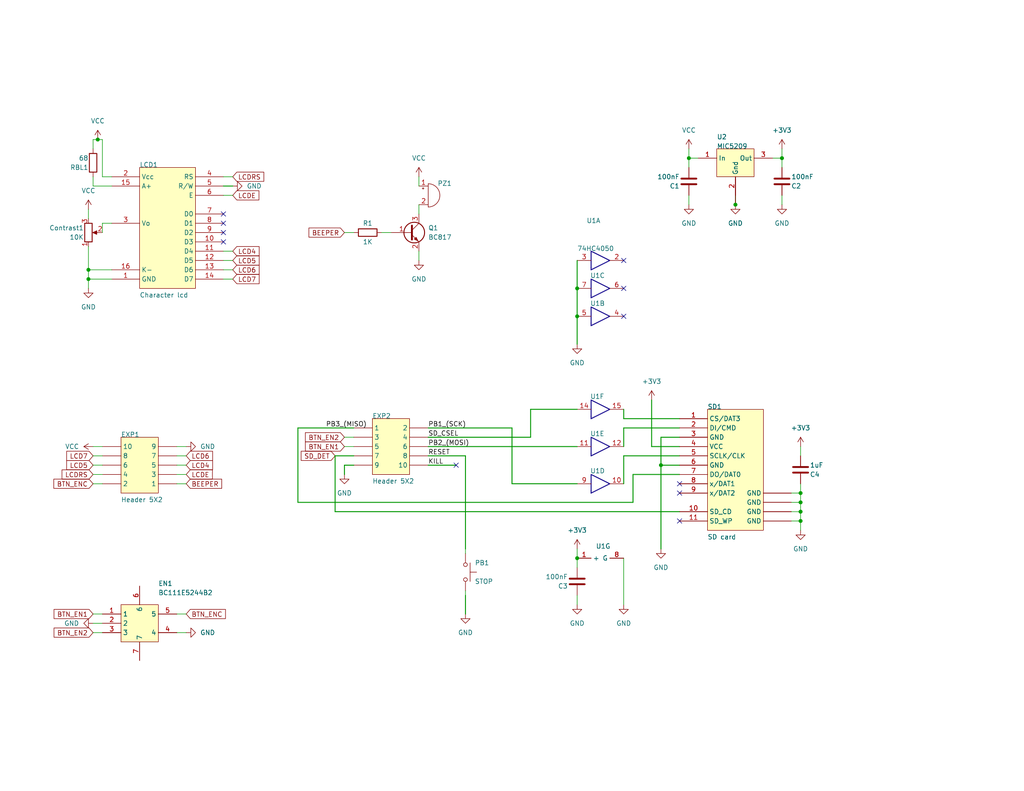
<source format=kicad_sch>
(kicad_sch (version 20230121) (generator eeschema)

  (uuid c20eb3f6-d157-43e2-84ab-82664a430dd1)

  (paper "A")

  (lib_symbols
    (symbol "Device:Buzzer" (pin_names (offset 0.0254) hide) (in_bom yes) (on_board yes)
      (property "Reference" "BZ" (at 3.81 1.27 0)
        (effects (font (size 1.27 1.27)) (justify left))
      )
      (property "Value" "Buzzer" (at 3.81 -1.27 0)
        (effects (font (size 1.27 1.27)) (justify left))
      )
      (property "Footprint" "" (at -0.635 2.54 90)
        (effects (font (size 1.27 1.27)) hide)
      )
      (property "Datasheet" "~" (at -0.635 2.54 90)
        (effects (font (size 1.27 1.27)) hide)
      )
      (property "ki_keywords" "quartz resonator ceramic" (at 0 0 0)
        (effects (font (size 1.27 1.27)) hide)
      )
      (property "ki_description" "Buzzer, polarized" (at 0 0 0)
        (effects (font (size 1.27 1.27)) hide)
      )
      (property "ki_fp_filters" "*Buzzer*" (at 0 0 0)
        (effects (font (size 1.27 1.27)) hide)
      )
      (symbol "Buzzer_0_1"
        (arc (start 0 -3.175) (mid 3.1612 0) (end 0 3.175)
          (stroke (width 0) (type default))
          (fill (type none))
        )
        (polyline
          (pts
            (xy -1.651 1.905)
            (xy -1.143 1.905)
          )
          (stroke (width 0) (type default))
          (fill (type none))
        )
        (polyline
          (pts
            (xy -1.397 2.159)
            (xy -1.397 1.651)
          )
          (stroke (width 0) (type default))
          (fill (type none))
        )
        (polyline
          (pts
            (xy 0 3.175)
            (xy 0 -3.175)
          )
          (stroke (width 0) (type default))
          (fill (type none))
        )
      )
      (symbol "Buzzer_1_1"
        (pin passive line (at -2.54 2.54 0) (length 2.54)
          (name "-" (effects (font (size 1.27 1.27))))
          (number "1" (effects (font (size 1.27 1.27))))
        )
        (pin passive line (at -2.54 -2.54 0) (length 2.54)
          (name "+" (effects (font (size 1.27 1.27))))
          (number "2" (effects (font (size 1.27 1.27))))
        )
      )
    )
    (symbol "Device:C" (pin_numbers hide) (pin_names (offset 0.254)) (in_bom yes) (on_board yes)
      (property "Reference" "C" (at 0.635 2.54 0)
        (effects (font (size 1.27 1.27)) (justify left))
      )
      (property "Value" "C" (at 0.635 -2.54 0)
        (effects (font (size 1.27 1.27)) (justify left))
      )
      (property "Footprint" "" (at 0.9652 -3.81 0)
        (effects (font (size 1.27 1.27)) hide)
      )
      (property "Datasheet" "~" (at 0 0 0)
        (effects (font (size 1.27 1.27)) hide)
      )
      (property "ki_keywords" "cap capacitor" (at 0 0 0)
        (effects (font (size 1.27 1.27)) hide)
      )
      (property "ki_description" "Unpolarized capacitor" (at 0 0 0)
        (effects (font (size 1.27 1.27)) hide)
      )
      (property "ki_fp_filters" "C_*" (at 0 0 0)
        (effects (font (size 1.27 1.27)) hide)
      )
      (symbol "C_0_1"
        (polyline
          (pts
            (xy -2.032 -0.762)
            (xy 2.032 -0.762)
          )
          (stroke (width 0.508) (type default))
          (fill (type none))
        )
        (polyline
          (pts
            (xy -2.032 0.762)
            (xy 2.032 0.762)
          )
          (stroke (width 0.508) (type default))
          (fill (type none))
        )
      )
      (symbol "C_1_1"
        (pin passive line (at 0 3.81 270) (length 2.794)
          (name "~" (effects (font (size 1.27 1.27))))
          (number "1" (effects (font (size 1.27 1.27))))
        )
        (pin passive line (at 0 -3.81 90) (length 2.794)
          (name "~" (effects (font (size 1.27 1.27))))
          (number "2" (effects (font (size 1.27 1.27))))
        )
      )
    )
    (symbol "Device:R" (pin_numbers hide) (pin_names (offset 0)) (in_bom yes) (on_board yes)
      (property "Reference" "R" (at 2.032 0 90)
        (effects (font (size 1.27 1.27)))
      )
      (property "Value" "R" (at 0 0 90)
        (effects (font (size 1.27 1.27)))
      )
      (property "Footprint" "" (at -1.778 0 90)
        (effects (font (size 1.27 1.27)) hide)
      )
      (property "Datasheet" "~" (at 0 0 0)
        (effects (font (size 1.27 1.27)) hide)
      )
      (property "ki_keywords" "R res resistor" (at 0 0 0)
        (effects (font (size 1.27 1.27)) hide)
      )
      (property "ki_description" "Resistor" (at 0 0 0)
        (effects (font (size 1.27 1.27)) hide)
      )
      (property "ki_fp_filters" "R_*" (at 0 0 0)
        (effects (font (size 1.27 1.27)) hide)
      )
      (symbol "R_0_1"
        (rectangle (start -1.016 -2.54) (end 1.016 2.54)
          (stroke (width 0.254) (type default))
          (fill (type none))
        )
      )
      (symbol "R_1_1"
        (pin passive line (at 0 3.81 270) (length 1.27)
          (name "~" (effects (font (size 1.27 1.27))))
          (number "1" (effects (font (size 1.27 1.27))))
        )
        (pin passive line (at 0 -3.81 90) (length 1.27)
          (name "~" (effects (font (size 1.27 1.27))))
          (number "2" (effects (font (size 1.27 1.27))))
        )
      )
    )
    (symbol "Device:R_Potentiometer" (pin_names (offset 1.016) hide) (in_bom yes) (on_board yes)
      (property "Reference" "RV" (at -4.445 0 90)
        (effects (font (size 1.27 1.27)))
      )
      (property "Value" "R_Potentiometer" (at -2.54 0 90)
        (effects (font (size 1.27 1.27)))
      )
      (property "Footprint" "" (at 0 0 0)
        (effects (font (size 1.27 1.27)) hide)
      )
      (property "Datasheet" "~" (at 0 0 0)
        (effects (font (size 1.27 1.27)) hide)
      )
      (property "ki_keywords" "resistor variable" (at 0 0 0)
        (effects (font (size 1.27 1.27)) hide)
      )
      (property "ki_description" "Potentiometer" (at 0 0 0)
        (effects (font (size 1.27 1.27)) hide)
      )
      (property "ki_fp_filters" "Potentiometer*" (at 0 0 0)
        (effects (font (size 1.27 1.27)) hide)
      )
      (symbol "R_Potentiometer_0_1"
        (polyline
          (pts
            (xy 2.54 0)
            (xy 1.524 0)
          )
          (stroke (width 0) (type default))
          (fill (type none))
        )
        (polyline
          (pts
            (xy 1.143 0)
            (xy 2.286 0.508)
            (xy 2.286 -0.508)
            (xy 1.143 0)
          )
          (stroke (width 0) (type default))
          (fill (type outline))
        )
        (rectangle (start 1.016 2.54) (end -1.016 -2.54)
          (stroke (width 0.254) (type default))
          (fill (type none))
        )
      )
      (symbol "R_Potentiometer_1_1"
        (pin passive line (at 0 3.81 270) (length 1.27)
          (name "1" (effects (font (size 1.27 1.27))))
          (number "1" (effects (font (size 1.27 1.27))))
        )
        (pin passive line (at 3.81 0 180) (length 1.27)
          (name "2" (effects (font (size 1.27 1.27))))
          (number "2" (effects (font (size 1.27 1.27))))
        )
        (pin passive line (at 0 -3.81 90) (length 1.27)
          (name "3" (effects (font (size 1.27 1.27))))
          (number "3" (effects (font (size 1.27 1.27))))
        )
      )
    )
    (symbol "Switch:SW_Push" (pin_numbers hide) (pin_names (offset 1.016) hide) (in_bom yes) (on_board yes)
      (property "Reference" "SW" (at 1.27 2.54 0)
        (effects (font (size 1.27 1.27)) (justify left))
      )
      (property "Value" "SW_Push" (at 0 -1.524 0)
        (effects (font (size 1.27 1.27)))
      )
      (property "Footprint" "" (at 0 5.08 0)
        (effects (font (size 1.27 1.27)) hide)
      )
      (property "Datasheet" "~" (at 0 5.08 0)
        (effects (font (size 1.27 1.27)) hide)
      )
      (property "ki_keywords" "switch normally-open pushbutton push-button" (at 0 0 0)
        (effects (font (size 1.27 1.27)) hide)
      )
      (property "ki_description" "Push button switch, generic, two pins" (at 0 0 0)
        (effects (font (size 1.27 1.27)) hide)
      )
      (symbol "SW_Push_0_1"
        (circle (center -2.032 0) (radius 0.508)
          (stroke (width 0) (type default))
          (fill (type none))
        )
        (polyline
          (pts
            (xy 0 1.27)
            (xy 0 3.048)
          )
          (stroke (width 0) (type default))
          (fill (type none))
        )
        (polyline
          (pts
            (xy 2.54 1.27)
            (xy -2.54 1.27)
          )
          (stroke (width 0) (type default))
          (fill (type none))
        )
        (circle (center 2.032 0) (radius 0.508)
          (stroke (width 0) (type default))
          (fill (type none))
        )
        (pin passive line (at -5.08 0 0) (length 2.54)
          (name "1" (effects (font (size 1.27 1.27))))
          (number "1" (effects (font (size 1.27 1.27))))
        )
        (pin passive line (at 5.08 0 180) (length 2.54)
          (name "2" (effects (font (size 1.27 1.27))))
          (number "2" (effects (font (size 1.27 1.27))))
        )
      )
    )
    (symbol "Transistor_BJT:BC817" (pin_names (offset 0) hide) (in_bom yes) (on_board yes)
      (property "Reference" "Q" (at 5.08 1.905 0)
        (effects (font (size 1.27 1.27)) (justify left))
      )
      (property "Value" "BC817" (at 5.08 0 0)
        (effects (font (size 1.27 1.27)) (justify left))
      )
      (property "Footprint" "Package_TO_SOT_SMD:SOT-23" (at 5.08 -1.905 0)
        (effects (font (size 1.27 1.27) italic) (justify left) hide)
      )
      (property "Datasheet" "https://www.onsemi.com/pub/Collateral/BC818-D.pdf" (at 0 0 0)
        (effects (font (size 1.27 1.27)) (justify left) hide)
      )
      (property "ki_keywords" "NPN Transistor" (at 0 0 0)
        (effects (font (size 1.27 1.27)) hide)
      )
      (property "ki_description" "0.8A Ic, 45V Vce, NPN Transistor, SOT-23" (at 0 0 0)
        (effects (font (size 1.27 1.27)) hide)
      )
      (property "ki_fp_filters" "SOT?23*" (at 0 0 0)
        (effects (font (size 1.27 1.27)) hide)
      )
      (symbol "BC817_0_1"
        (polyline
          (pts
            (xy 0.635 0.635)
            (xy 2.54 2.54)
          )
          (stroke (width 0) (type default))
          (fill (type none))
        )
        (polyline
          (pts
            (xy 0.635 -0.635)
            (xy 2.54 -2.54)
            (xy 2.54 -2.54)
          )
          (stroke (width 0) (type default))
          (fill (type none))
        )
        (polyline
          (pts
            (xy 0.635 1.905)
            (xy 0.635 -1.905)
            (xy 0.635 -1.905)
          )
          (stroke (width 0.508) (type default))
          (fill (type none))
        )
        (polyline
          (pts
            (xy 1.27 -1.778)
            (xy 1.778 -1.27)
            (xy 2.286 -2.286)
            (xy 1.27 -1.778)
            (xy 1.27 -1.778)
          )
          (stroke (width 0) (type default))
          (fill (type outline))
        )
        (circle (center 1.27 0) (radius 2.8194)
          (stroke (width 0.254) (type default))
          (fill (type none))
        )
      )
      (symbol "BC817_1_1"
        (pin input line (at -5.08 0 0) (length 5.715)
          (name "B" (effects (font (size 1.27 1.27))))
          (number "1" (effects (font (size 1.27 1.27))))
        )
        (pin passive line (at 2.54 -5.08 90) (length 2.54)
          (name "E" (effects (font (size 1.27 1.27))))
          (number "2" (effects (font (size 1.27 1.27))))
        )
        (pin passive line (at 2.54 5.08 270) (length 2.54)
          (name "C" (effects (font (size 1.27 1.27))))
          (number "3" (effects (font (size 1.27 1.27))))
        )
      )
    )
    (symbol "power:+3V3" (power) (pin_names (offset 0)) (in_bom yes) (on_board yes)
      (property "Reference" "#PWR" (at 0 -3.81 0)
        (effects (font (size 1.27 1.27)) hide)
      )
      (property "Value" "+3V3" (at 0 3.556 0)
        (effects (font (size 1.27 1.27)))
      )
      (property "Footprint" "" (at 0 0 0)
        (effects (font (size 1.27 1.27)) hide)
      )
      (property "Datasheet" "" (at 0 0 0)
        (effects (font (size 1.27 1.27)) hide)
      )
      (property "ki_keywords" "global power" (at 0 0 0)
        (effects (font (size 1.27 1.27)) hide)
      )
      (property "ki_description" "Power symbol creates a global label with name \"+3V3\"" (at 0 0 0)
        (effects (font (size 1.27 1.27)) hide)
      )
      (symbol "+3V3_0_1"
        (polyline
          (pts
            (xy -0.762 1.27)
            (xy 0 2.54)
          )
          (stroke (width 0) (type default))
          (fill (type none))
        )
        (polyline
          (pts
            (xy 0 0)
            (xy 0 2.54)
          )
          (stroke (width 0) (type default))
          (fill (type none))
        )
        (polyline
          (pts
            (xy 0 2.54)
            (xy 0.762 1.27)
          )
          (stroke (width 0) (type default))
          (fill (type none))
        )
      )
      (symbol "+3V3_1_1"
        (pin power_in line (at 0 0 90) (length 0) hide
          (name "+3V3" (effects (font (size 1.27 1.27))))
          (number "1" (effects (font (size 1.27 1.27))))
        )
      )
    )
    (symbol "power:GND" (power) (pin_names (offset 0)) (in_bom yes) (on_board yes)
      (property "Reference" "#PWR" (at 0 -6.35 0)
        (effects (font (size 1.27 1.27)) hide)
      )
      (property "Value" "GND" (at 0 -3.81 0)
        (effects (font (size 1.27 1.27)))
      )
      (property "Footprint" "" (at 0 0 0)
        (effects (font (size 1.27 1.27)) hide)
      )
      (property "Datasheet" "" (at 0 0 0)
        (effects (font (size 1.27 1.27)) hide)
      )
      (property "ki_keywords" "global power" (at 0 0 0)
        (effects (font (size 1.27 1.27)) hide)
      )
      (property "ki_description" "Power symbol creates a global label with name \"GND\" , ground" (at 0 0 0)
        (effects (font (size 1.27 1.27)) hide)
      )
      (symbol "GND_0_1"
        (polyline
          (pts
            (xy 0 0)
            (xy 0 -1.27)
            (xy 1.27 -1.27)
            (xy 0 -2.54)
            (xy -1.27 -1.27)
            (xy 0 -1.27)
          )
          (stroke (width 0) (type default))
          (fill (type none))
        )
      )
      (symbol "GND_1_1"
        (pin power_in line (at 0 0 270) (length 0) hide
          (name "GND" (effects (font (size 1.27 1.27))))
          (number "1" (effects (font (size 1.27 1.27))))
        )
      )
    )
    (symbol "power:VCC" (power) (pin_names (offset 0)) (in_bom yes) (on_board yes)
      (property "Reference" "#PWR" (at 0 -3.81 0)
        (effects (font (size 1.27 1.27)) hide)
      )
      (property "Value" "VCC" (at 0 3.81 0)
        (effects (font (size 1.27 1.27)))
      )
      (property "Footprint" "" (at 0 0 0)
        (effects (font (size 1.27 1.27)) hide)
      )
      (property "Datasheet" "" (at 0 0 0)
        (effects (font (size 1.27 1.27)) hide)
      )
      (property "ki_keywords" "global power" (at 0 0 0)
        (effects (font (size 1.27 1.27)) hide)
      )
      (property "ki_description" "Power symbol creates a global label with name \"VCC\"" (at 0 0 0)
        (effects (font (size 1.27 1.27)) hide)
      )
      (symbol "VCC_0_1"
        (polyline
          (pts
            (xy -0.762 1.27)
            (xy 0 2.54)
          )
          (stroke (width 0) (type default))
          (fill (type none))
        )
        (polyline
          (pts
            (xy 0 0)
            (xy 0 2.54)
          )
          (stroke (width 0) (type default))
          (fill (type none))
        )
        (polyline
          (pts
            (xy 0 2.54)
            (xy 0.762 1.27)
          )
          (stroke (width 0) (type default))
          (fill (type none))
        )
      )
      (symbol "VCC_1_1"
        (pin power_in line (at 0 0 90) (length 0) hide
          (name "VCC" (effects (font (size 1.27 1.27))))
          (number "1" (effects (font (size 1.27 1.27))))
        )
      )
    )
    (symbol "reprapdiscount_smart_controller-altium-import:root_0_74HC4050" (in_bom yes) (on_board yes)
      (property "Reference" "" (at 0 0 0)
        (effects (font (size 1.27 1.27)))
      )
      (property "Value" "" (at 0 0 0)
        (effects (font (size 1.27 1.27)))
      )
      (property "Footprint" "" (at 0 0 0)
        (effects (font (size 1.27 1.27)) hide)
      )
      (property "Datasheet" "" (at 0 0 0)
        (effects (font (size 1.27 1.27)) hide)
      )
      (property "ki_description" "Hex high-to-low level shifter" (at 0 0 0)
        (effects (font (size 1.27 1.27)) hide)
      )
      (property "ki_fp_filters" "SO16N" (at 0 0 0)
        (effects (font (size 1.27 1.27)) hide)
      )
      (symbol "root_0_74HC4050_1_0"
        (polyline
          (pts
            (xy -1.27 -2.54)
            (xy -1.27 -1.905)
          )
          (stroke (width 0.254) (type solid) (color 12 0 135 1))
          (fill (type none))
        )
        (polyline
          (pts
            (xy -1.27 -2.54)
            (xy 3.81 0)
            (xy -1.27 2.54)
            (xy -1.27 -1.905)
          )
          (stroke (width 0.254) (type solid) (color 12 0 135 1))
          (fill (type none))
        )
        (pin passive line (at 7.62 0 180) (length 3.81)
          (name "2" (effects (font (size 0 0))))
          (number "2" (effects (font (size 1.27 1.27))))
        )
        (pin passive line (at -5.08 0 0) (length 3.81)
          (name "3" (effects (font (size 0 0))))
          (number "3" (effects (font (size 1.27 1.27))))
        )
      )
      (symbol "root_0_74HC4050_2_0"
        (polyline
          (pts
            (xy -1.27 -2.54)
            (xy -1.27 -1.905)
          )
          (stroke (width 0.254) (type solid) (color 12 0 135 1))
          (fill (type none))
        )
        (polyline
          (pts
            (xy -1.27 -2.54)
            (xy 3.81 0)
            (xy -1.27 2.54)
            (xy -1.27 -1.905)
          )
          (stroke (width 0.254) (type solid) (color 12 0 135 1))
          (fill (type none))
        )
        (pin passive line (at 7.62 0 180) (length 3.81)
          (name "4" (effects (font (size 0 0))))
          (number "4" (effects (font (size 1.27 1.27))))
        )
        (pin passive line (at -5.08 0 0) (length 3.81)
          (name "5" (effects (font (size 0 0))))
          (number "5" (effects (font (size 1.27 1.27))))
        )
      )
      (symbol "root_0_74HC4050_3_0"
        (polyline
          (pts
            (xy -1.27 -2.54)
            (xy -1.27 -1.905)
          )
          (stroke (width 0.254) (type solid) (color 12 0 135 1))
          (fill (type none))
        )
        (polyline
          (pts
            (xy -1.27 -2.54)
            (xy 3.81 0)
            (xy -1.27 2.54)
            (xy -1.27 -1.905)
          )
          (stroke (width 0.254) (type solid) (color 12 0 135 1))
          (fill (type none))
        )
        (pin passive line (at 7.62 0 180) (length 3.81)
          (name "6" (effects (font (size 0 0))))
          (number "6" (effects (font (size 1.27 1.27))))
        )
        (pin passive line (at -5.08 0 0) (length 3.81)
          (name "7" (effects (font (size 0 0))))
          (number "7" (effects (font (size 1.27 1.27))))
        )
      )
      (symbol "root_0_74HC4050_4_0"
        (polyline
          (pts
            (xy -2.54 -2.54)
            (xy -2.54 -1.905)
          )
          (stroke (width 0.254) (type solid) (color 12 0 135 1))
          (fill (type none))
        )
        (polyline
          (pts
            (xy -2.54 -2.54)
            (xy 2.54 0)
            (xy -2.54 2.54)
            (xy -2.54 -1.905)
          )
          (stroke (width 0.254) (type solid) (color 12 0 135 1))
          (fill (type none))
        )
        (pin passive line (at 6.35 0 180) (length 3.81)
          (name "10" (effects (font (size 0 0))))
          (number "10" (effects (font (size 1.27 1.27))))
        )
        (pin passive line (at -6.35 0 0) (length 3.81)
          (name "9" (effects (font (size 0 0))))
          (number "9" (effects (font (size 1.27 1.27))))
        )
      )
      (symbol "root_0_74HC4050_5_0"
        (polyline
          (pts
            (xy -1.27 -2.54)
            (xy -1.27 -1.905)
          )
          (stroke (width 0.254) (type solid) (color 12 0 135 1))
          (fill (type none))
        )
        (polyline
          (pts
            (xy -1.27 -2.54)
            (xy 3.81 0)
            (xy -1.27 2.54)
            (xy -1.27 -1.905)
          )
          (stroke (width 0.254) (type solid) (color 12 0 135 1))
          (fill (type none))
        )
        (pin passive line (at -5.08 0 0) (length 3.81)
          (name "11" (effects (font (size 0 0))))
          (number "11" (effects (font (size 1.27 1.27))))
        )
        (pin passive line (at 7.62 0 180) (length 3.81)
          (name "12" (effects (font (size 0 0))))
          (number "12" (effects (font (size 1.27 1.27))))
        )
      )
      (symbol "root_0_74HC4050_6_0"
        (polyline
          (pts
            (xy -1.27 -2.54)
            (xy -1.27 -1.905)
          )
          (stroke (width 0.254) (type solid) (color 12 0 135 1))
          (fill (type none))
        )
        (polyline
          (pts
            (xy -1.27 -2.54)
            (xy 3.81 0)
            (xy -1.27 2.54)
            (xy -1.27 -1.905)
          )
          (stroke (width 0.254) (type solid) (color 12 0 135 1))
          (fill (type none))
        )
        (pin passive line (at -5.08 0 0) (length 3.81)
          (name "14" (effects (font (size 0 0))))
          (number "14" (effects (font (size 1.27 1.27))))
        )
        (pin passive line (at 7.62 0 180) (length 3.81)
          (name "15" (effects (font (size 0 0))))
          (number "15" (effects (font (size 1.27 1.27))))
        )
      )
      (symbol "root_0_74HC4050_7_0"
        (pin passive line (at -6.35 0 0) (length 3.81)
          (name "+" (effects (font (size 1.27 1.27))))
          (number "1" (effects (font (size 1.27 1.27))))
        )
        (pin passive line (at 6.35 0 180) (length 3.81)
          (name "G" (effects (font (size 1.27 1.27))))
          (number "8" (effects (font (size 1.27 1.27))))
        )
      )
    )
    (symbol "reprapdiscount_smart_controller-altium-import:root_0_Encoder" (in_bom yes) (on_board yes)
      (property "Reference" "" (at 0 0 0)
        (effects (font (size 1.27 1.27)))
      )
      (property "Value" "" (at 0 0 0)
        (effects (font (size 1.27 1.27)))
      )
      (property "Footprint" "" (at 0 0 0)
        (effects (font (size 1.27 1.27)) hide)
      )
      (property "Datasheet" "" (at 0 0 0)
        (effects (font (size 1.27 1.27)) hide)
      )
      (property "ki_description" "Rotary encoder mechanical" (at 0 0 0)
        (effects (font (size 1.27 1.27)) hide)
      )
      (property "ki_fp_filters" "Rotary{space}encoder" (at 0 0 0)
        (effects (font (size 1.27 1.27)) hide)
      )
      (symbol "root_0_Encoder_1_0"
        (rectangle (start 10.16 0) (end 0 -10.16)
          (stroke (width 0) (type solid))
          (fill (type background))
        )
        (pin passive line (at -5.08 -2.54 0) (length 5.08)
          (name "1" (effects (font (size 1.27 1.27))))
          (number "1" (effects (font (size 1.27 1.27))))
        )
        (pin passive line (at -5.08 -5.08 0) (length 5.08)
          (name "2" (effects (font (size 1.27 1.27))))
          (number "2" (effects (font (size 1.27 1.27))))
        )
        (pin passive line (at -5.08 -7.62 0) (length 5.08)
          (name "3" (effects (font (size 1.27 1.27))))
          (number "3" (effects (font (size 1.27 1.27))))
        )
        (pin passive line (at 15.24 -7.62 180) (length 5.08)
          (name "4" (effects (font (size 1.27 1.27))))
          (number "4" (effects (font (size 1.27 1.27))))
        )
        (pin passive line (at 15.24 -2.54 180) (length 5.08)
          (name "5" (effects (font (size 1.27 1.27))))
          (number "5" (effects (font (size 1.27 1.27))))
        )
        (pin passive line (at 5.08 5.08 270) (length 5.08)
          (name "6" (effects (font (size 1.27 1.27))))
          (number "6" (effects (font (size 1.27 1.27))))
        )
        (pin passive line (at 5.08 -15.24 90) (length 5.08)
          (name "7" (effects (font (size 1.27 1.27))))
          (number "7" (effects (font (size 1.27 1.27))))
        )
      )
    )
    (symbol "reprapdiscount_smart_controller-altium-import:root_0_Header 5X2" (in_bom yes) (on_board yes)
      (property "Reference" "" (at 0 0 0)
        (effects (font (size 1.27 1.27)))
      )
      (property "Value" "" (at 0 0 0)
        (effects (font (size 1.27 1.27)))
      )
      (property "Footprint" "" (at 0 0 0)
        (effects (font (size 1.27 1.27)) hide)
      )
      (property "Datasheet" "" (at 0 0 0)
        (effects (font (size 1.27 1.27)) hide)
      )
      (property "ki_description" "Header, 5-Pin, Dual row" (at 0 0 0)
        (effects (font (size 1.27 1.27)) hide)
      )
      (property "ki_fp_filters" "HDR2X5_exp" (at 0 0 0)
        (effects (font (size 1.27 1.27)) hide)
      )
      (symbol "root_0_Header 5X2_1_0"
        (rectangle (start 10.16 0) (end 0 -15.24)
          (stroke (width 0) (type solid))
          (fill (type background))
        )
        (pin passive line (at -5.08 -2.54 0) (length 5.08)
          (name "1" (effects (font (size 1.27 1.27))))
          (number "1" (effects (font (size 0 0))))
        )
        (pin passive line (at 15.24 -12.7 180) (length 5.08)
          (name "10" (effects (font (size 1.27 1.27))))
          (number "10" (effects (font (size 0 0))))
        )
        (pin passive line (at 15.24 -2.54 180) (length 5.08)
          (name "2" (effects (font (size 1.27 1.27))))
          (number "2" (effects (font (size 0 0))))
        )
        (pin passive line (at -5.08 -5.08 0) (length 5.08)
          (name "3" (effects (font (size 1.27 1.27))))
          (number "3" (effects (font (size 0 0))))
        )
        (pin passive line (at 15.24 -5.08 180) (length 5.08)
          (name "4" (effects (font (size 1.27 1.27))))
          (number "4" (effects (font (size 0 0))))
        )
        (pin passive line (at -5.08 -7.62 0) (length 5.08)
          (name "5" (effects (font (size 1.27 1.27))))
          (number "5" (effects (font (size 0 0))))
        )
        (pin passive line (at 15.24 -7.62 180) (length 5.08)
          (name "6" (effects (font (size 1.27 1.27))))
          (number "6" (effects (font (size 0 0))))
        )
        (pin passive line (at -5.08 -10.16 0) (length 5.08)
          (name "7" (effects (font (size 1.27 1.27))))
          (number "7" (effects (font (size 0 0))))
        )
        (pin passive line (at 15.24 -10.16 180) (length 5.08)
          (name "8" (effects (font (size 1.27 1.27))))
          (number "8" (effects (font (size 0 0))))
        )
        (pin passive line (at -5.08 -12.7 0) (length 5.08)
          (name "9" (effects (font (size 1.27 1.27))))
          (number "9" (effects (font (size 0 0))))
        )
      )
    )
    (symbol "reprapdiscount_smart_controller-altium-import:root_0_MIC5209" (in_bom yes) (on_board yes)
      (property "Reference" "" (at 0 0 0)
        (effects (font (size 1.27 1.27)))
      )
      (property "Value" "" (at 0 0 0)
        (effects (font (size 1.27 1.27)))
      )
      (property "Footprint" "" (at 0 0 0)
        (effects (font (size 1.27 1.27)) hide)
      )
      (property "Datasheet" "" (at 0 0 0)
        (effects (font (size 1.27 1.27)) hide)
      )
      (property "ki_description" "500mA Low-Noise LDO Regulator" (at 0 0 0)
        (effects (font (size 1.27 1.27)) hide)
      )
      (property "ki_fp_filters" "SOT-223" (at 0 0 0)
        (effects (font (size 1.27 1.27)) hide)
      )
      (symbol "root_0_MIC5209_1_0"
        (rectangle (start 10.16 2.54) (end 0 -5.08)
          (stroke (width 0) (type solid))
          (fill (type background))
        )
        (pin passive line (at -5.08 0 0) (length 5.08)
          (name "In" (effects (font (size 1.27 1.27))))
          (number "1" (effects (font (size 1.27 1.27))))
        )
        (pin passive line (at 5.08 -10.16 90) (length 5.08)
          (name "Gnd" (effects (font (size 1.27 1.27))))
          (number "2" (effects (font (size 1.27 1.27))))
        )
        (pin passive line (at 15.24 0 180) (length 5.08)
          (name "Out" (effects (font (size 1.27 1.27))))
          (number "3" (effects (font (size 1.27 1.27))))
        )
        (pin passive line (at 5.08 -12.7 90) (length 7.62)
          (name "Gnd" (effects (font (size 0 0))))
          (number "4" (effects (font (size 0 0))))
        )
      )
    )
    (symbol "reprapdiscount_smart_controller-altium-import:root_0_SD card" (in_bom yes) (on_board yes)
      (property "Reference" "" (at 0 0 0)
        (effects (font (size 1.27 1.27)))
      )
      (property "Value" "" (at 0 0 0)
        (effects (font (size 1.27 1.27)))
      )
      (property "Footprint" "" (at 0 0 0)
        (effects (font (size 1.27 1.27)) hide)
      )
      (property "Datasheet" "" (at 0 0 0)
        (effects (font (size 1.27 1.27)) hide)
      )
      (property "ki_fp_filters" "SD_card{space}socket" (at 0 0 0)
        (effects (font (size 1.27 1.27)) hide)
      )
      (symbol "root_0_SD card_1_0"
        (rectangle (start 15.24 0) (end 0 -33.02)
          (stroke (width 0) (type solid))
          (fill (type background))
        )
        (pin passive line (at -7.62 -2.54 0) (length 7.62)
          (name "CS/DAT3" (effects (font (size 1.27 1.27))))
          (number "1" (effects (font (size 1.27 1.27))))
        )
        (pin passive line (at -7.62 -27.94 0) (length 7.62)
          (name "SD_CD" (effects (font (size 1.27 1.27))))
          (number "10" (effects (font (size 1.27 1.27))))
        )
        (pin passive line (at -7.62 -30.48 0) (length 7.62)
          (name "SD_WP" (effects (font (size 1.27 1.27))))
          (number "11" (effects (font (size 1.27 1.27))))
        )
        (pin passive line (at 22.86 -30.48 180) (length 7.62)
          (name "GND" (effects (font (size 1.27 1.27))))
          (number "12" (effects (font (size 0 0))))
        )
        (pin passive line (at 22.86 -27.94 180) (length 7.62)
          (name "GND" (effects (font (size 1.27 1.27))))
          (number "12" (effects (font (size 0 0))))
        )
        (pin passive line (at 22.86 -25.4 180) (length 7.62)
          (name "GND" (effects (font (size 1.27 1.27))))
          (number "12" (effects (font (size 0 0))))
        )
        (pin passive line (at 22.86 -22.86 180) (length 7.62)
          (name "GND" (effects (font (size 1.27 1.27))))
          (number "12" (effects (font (size 0 0))))
        )
        (pin passive line (at -7.62 -5.08 0) (length 7.62)
          (name "DI/CMD" (effects (font (size 1.27 1.27))))
          (number "2" (effects (font (size 1.27 1.27))))
        )
        (pin passive line (at -7.62 -7.62 0) (length 7.62)
          (name "GND" (effects (font (size 1.27 1.27))))
          (number "3" (effects (font (size 1.27 1.27))))
        )
        (pin passive line (at -7.62 -10.16 0) (length 7.62)
          (name "VCC" (effects (font (size 1.27 1.27))))
          (number "4" (effects (font (size 1.27 1.27))))
        )
        (pin passive line (at -7.62 -12.7 0) (length 7.62)
          (name "SCLK/CLK" (effects (font (size 1.27 1.27))))
          (number "5" (effects (font (size 1.27 1.27))))
        )
        (pin passive line (at -7.62 -15.24 0) (length 7.62)
          (name "GND" (effects (font (size 1.27 1.27))))
          (number "6" (effects (font (size 1.27 1.27))))
        )
        (pin passive line (at -7.62 -17.78 0) (length 7.62)
          (name "DO/DAT0" (effects (font (size 1.27 1.27))))
          (number "7" (effects (font (size 1.27 1.27))))
        )
        (pin passive line (at -7.62 -20.32 0) (length 7.62)
          (name "x/DAT1" (effects (font (size 1.27 1.27))))
          (number "8" (effects (font (size 1.27 1.27))))
        )
        (pin passive line (at -7.62 -22.86 0) (length 7.62)
          (name "x/DAT2" (effects (font (size 1.27 1.27))))
          (number "9" (effects (font (size 1.27 1.27))))
        )
      )
    )
    (symbol "reprapdiscount_smart_controller-altium-import:root_0_mirrored_LCD characther" (in_bom yes) (on_board yes)
      (property "Reference" "" (at 0 0 0)
        (effects (font (size 1.27 1.27)))
      )
      (property "Value" "" (at 0 0 0)
        (effects (font (size 1.27 1.27)))
      )
      (property "Footprint" "" (at 0 0 0)
        (effects (font (size 1.27 1.27)) hide)
      )
      (property "Datasheet" "" (at 0 0 0)
        (effects (font (size 1.27 1.27)) hide)
      )
      (property "ki_fp_filters" "HDR1X16" (at 0 0 0)
        (effects (font (size 1.27 1.27)) hide)
      )
      (symbol "root_0_mirrored_LCD characther_1_0"
        (rectangle (start 0 0) (end -15.24 -33.02)
          (stroke (width 0) (type solid))
          (fill (type background))
        )
        (pin passive line (at -22.86 -30.48 0) (length 7.62)
          (name "GND" (effects (font (size 1.27 1.27))))
          (number "1" (effects (font (size 1.27 1.27))))
        )
        (pin passive line (at 7.62 -20.32 180) (length 7.62)
          (name "D3" (effects (font (size 1.27 1.27))))
          (number "10" (effects (font (size 1.27 1.27))))
        )
        (pin passive line (at 7.62 -22.86 180) (length 7.62)
          (name "D4" (effects (font (size 1.27 1.27))))
          (number "11" (effects (font (size 1.27 1.27))))
        )
        (pin passive line (at 7.62 -25.4 180) (length 7.62)
          (name "D5" (effects (font (size 1.27 1.27))))
          (number "12" (effects (font (size 1.27 1.27))))
        )
        (pin passive line (at 7.62 -27.94 180) (length 7.62)
          (name "D6" (effects (font (size 1.27 1.27))))
          (number "13" (effects (font (size 1.27 1.27))))
        )
        (pin passive line (at 7.62 -30.48 180) (length 7.62)
          (name "D7" (effects (font (size 1.27 1.27))))
          (number "14" (effects (font (size 1.27 1.27))))
        )
        (pin passive line (at -22.86 -5.08 0) (length 7.62)
          (name "A+" (effects (font (size 1.27 1.27))))
          (number "15" (effects (font (size 1.27 1.27))))
        )
        (pin passive line (at -22.86 -27.94 0) (length 7.62)
          (name "K-" (effects (font (size 1.27 1.27))))
          (number "16" (effects (font (size 1.27 1.27))))
        )
        (pin passive line (at -22.86 -2.54 0) (length 7.62)
          (name "Vcc" (effects (font (size 1.27 1.27))))
          (number "2" (effects (font (size 1.27 1.27))))
        )
        (pin passive line (at -22.86 -15.24 0) (length 7.62)
          (name "Vo" (effects (font (size 1.27 1.27))))
          (number "3" (effects (font (size 1.27 1.27))))
        )
        (pin passive line (at 7.62 -2.54 180) (length 7.62)
          (name "RS" (effects (font (size 1.27 1.27))))
          (number "4" (effects (font (size 1.27 1.27))))
        )
        (pin passive line (at 7.62 -5.08 180) (length 7.62)
          (name "R/W" (effects (font (size 1.27 1.27))))
          (number "5" (effects (font (size 1.27 1.27))))
        )
        (pin passive line (at 7.62 -7.62 180) (length 7.62)
          (name "E" (effects (font (size 1.27 1.27))))
          (number "6" (effects (font (size 1.27 1.27))))
        )
        (pin passive line (at 7.62 -12.7 180) (length 7.62)
          (name "D0" (effects (font (size 1.27 1.27))))
          (number "7" (effects (font (size 1.27 1.27))))
        )
        (pin passive line (at 7.62 -15.24 180) (length 7.62)
          (name "D1" (effects (font (size 1.27 1.27))))
          (number "8" (effects (font (size 1.27 1.27))))
        )
        (pin passive line (at 7.62 -17.78 180) (length 7.62)
          (name "D2" (effects (font (size 1.27 1.27))))
          (number "9" (effects (font (size 1.27 1.27))))
        )
      )
    )
    (symbol "reprapdiscount_smart_controller-altium-import:root_2_Header 5X2" (in_bom yes) (on_board yes)
      (property "Reference" "" (at 0 0 0)
        (effects (font (size 1.27 1.27)))
      )
      (property "Value" "" (at 0 0 0)
        (effects (font (size 1.27 1.27)))
      )
      (property "Footprint" "" (at 0 0 0)
        (effects (font (size 1.27 1.27)) hide)
      )
      (property "Datasheet" "" (at 0 0 0)
        (effects (font (size 1.27 1.27)) hide)
      )
      (property "ki_description" "Header, 5-Pin, Dual row" (at 0 0 0)
        (effects (font (size 1.27 1.27)) hide)
      )
      (property "ki_fp_filters" "HDR2X5_exp" (at 0 0 0)
        (effects (font (size 1.27 1.27)) hide)
      )
      (symbol "root_2_Header 5X2_1_0"
        (rectangle (start 0 15.24) (end -10.16 0)
          (stroke (width 0) (type solid))
          (fill (type background))
        )
        (pin passive line (at 5.08 2.54 180) (length 5.08)
          (name "1" (effects (font (size 1.27 1.27))))
          (number "1" (effects (font (size 0 0))))
        )
        (pin passive line (at -15.24 12.7 0) (length 5.08)
          (name "10" (effects (font (size 1.27 1.27))))
          (number "10" (effects (font (size 0 0))))
        )
        (pin passive line (at -15.24 2.54 0) (length 5.08)
          (name "2" (effects (font (size 1.27 1.27))))
          (number "2" (effects (font (size 0 0))))
        )
        (pin passive line (at 5.08 5.08 180) (length 5.08)
          (name "3" (effects (font (size 1.27 1.27))))
          (number "3" (effects (font (size 0 0))))
        )
        (pin passive line (at -15.24 5.08 0) (length 5.08)
          (name "4" (effects (font (size 1.27 1.27))))
          (number "4" (effects (font (size 0 0))))
        )
        (pin passive line (at 5.08 7.62 180) (length 5.08)
          (name "5" (effects (font (size 1.27 1.27))))
          (number "5" (effects (font (size 0 0))))
        )
        (pin passive line (at -15.24 7.62 0) (length 5.08)
          (name "6" (effects (font (size 1.27 1.27))))
          (number "6" (effects (font (size 0 0))))
        )
        (pin passive line (at 5.08 10.16 180) (length 5.08)
          (name "7" (effects (font (size 1.27 1.27))))
          (number "7" (effects (font (size 0 0))))
        )
        (pin passive line (at -15.24 10.16 0) (length 5.08)
          (name "8" (effects (font (size 1.27 1.27))))
          (number "8" (effects (font (size 0 0))))
        )
        (pin passive line (at 5.08 12.7 180) (length 5.08)
          (name "9" (effects (font (size 1.27 1.27))))
          (number "9" (effects (font (size 0 0))))
        )
      )
    )
  )

  (junction (at 200.66 55.88) (diameter 0) (color 0 0 0 0)
    (uuid 030e97a0-a4cc-4374-b3bf-c80748d281af)
  )
  (junction (at 218.44 137.16) (diameter 0) (color 0 0 0 0)
    (uuid 097a51c8-394b-4ffc-8a2a-c7dc0cf0760e)
  )
  (junction (at 213.36 43.18) (diameter 0) (color 0 0 0 0)
    (uuid 09cd2053-6d96-45a8-8177-fbca8751f982)
  )
  (junction (at 218.44 142.24) (diameter 0) (color 0 0 0 0)
    (uuid 41043a30-a02e-4087-8104-1e70f6179ae4)
  )
  (junction (at 180.34 127) (diameter 0) (color 0 0 0 0)
    (uuid 7d355036-42d8-484d-8ca9-863e8c177c04)
  )
  (junction (at 26.67 38.1) (diameter 0) (color 0 0 0 0)
    (uuid 909edf8a-5fd0-4740-bf7b-f2fc56259cbb)
  )
  (junction (at 157.48 152.4) (diameter 0) (color 0 0 0 0)
    (uuid 980e7a29-d099-4591-9807-e185ea254905)
  )
  (junction (at 157.48 86.36) (diameter 0) (color 0 0 0 0)
    (uuid a122fb50-397b-470f-9cb0-18597f00fe69)
  )
  (junction (at 187.96 43.18) (diameter 0) (color 0 0 0 0)
    (uuid adf90347-2773-4a97-8542-eb02190dd130)
  )
  (junction (at 24.13 73.66) (diameter 0) (color 0 0 0 0)
    (uuid b76236c3-d55c-4f81-bae1-1c329af7169b)
  )
  (junction (at 218.44 139.7) (diameter 0) (color 0 0 0 0)
    (uuid bf29286a-5c80-47d8-a5fc-257fed3138e3)
  )
  (junction (at 157.48 78.74) (diameter 0) (color 0 0 0 0)
    (uuid c552499f-adf2-4f18-b36e-0f6997d840cc)
  )
  (junction (at 24.13 76.2) (diameter 0) (color 0 0 0 0)
    (uuid e3371f79-72c4-48ab-8a07-8efc588e6784)
  )
  (junction (at 218.44 134.62) (diameter 0) (color 0 0 0 0)
    (uuid e49d4d5a-d39c-48de-a5d4-eff7e1b1c4f2)
  )

  (no_connect (at 170.18 78.74) (uuid 0065e319-0314-4638-84fd-bd7614e7e73a))
  (no_connect (at 60.96 66.04) (uuid 2e85c25e-0da5-4a22-9dac-fdd41135560e))
  (no_connect (at 185.42 132.08) (uuid 49fb966f-b2c1-48bb-8457-9c5d54cbdf8e))
  (no_connect (at 60.96 63.5) (uuid 7069c9aa-ad02-40b3-9b92-e8496c765575))
  (no_connect (at 124.46 127) (uuid 75733797-4233-4c11-933b-ffa799031712))
  (no_connect (at 185.42 134.62) (uuid 87a7c5af-7792-4341-b6f3-ae7f26f7cd61))
  (no_connect (at 170.18 71.12) (uuid 9307cbbf-62ed-496f-8bc4-e8a520aeaf2f))
  (no_connect (at 170.18 86.36) (uuid 95f4e264-1da0-496d-afb3-4c2200baf0d9))
  (no_connect (at 60.96 58.42) (uuid bc421b28-1c35-4454-9a9f-628eef2687c5))
  (no_connect (at 60.96 60.96) (uuid e96d5c52-c14e-44f7-ab86-55be72cabb35))
  (no_connect (at 185.42 142.24) (uuid f446f70f-757c-4b51-987b-8e3acd9d29af))

  (wire (pts (xy 25.4 167.64) (xy 27.94 167.64))
    (stroke (width 0) (type default))
    (uuid 00baec72-c006-4890-a55d-eaebef1489c8)
  )
  (wire (pts (xy 218.44 139.7) (xy 218.44 142.24))
    (stroke (width 0) (type default))
    (uuid 0149edd2-ecfb-490a-ae8b-6ddc89bc7bb9)
  )
  (wire (pts (xy 25.4 40.64) (xy 25.4 38.1))
    (stroke (width 0) (type default))
    (uuid 02a24e31-00f6-4d36-9187-100e539c455d)
  )
  (wire (pts (xy 139.7 132.08) (xy 157.48 132.08))
    (stroke (width 0.254) (type default))
    (uuid 02ec7bae-c608-40a0-a95c-e6ae5afa4fa2)
  )
  (wire (pts (xy 81.28 137.16) (xy 172.72 137.16))
    (stroke (width 0.254) (type default))
    (uuid 052de2d2-b6af-4645-8f42-3cc54809df37)
  )
  (wire (pts (xy 114.3 55.88) (xy 114.3 58.42))
    (stroke (width 0) (type default))
    (uuid 0674d424-3f9e-4938-a015-f8aba34249da)
  )
  (wire (pts (xy 127 161.29) (xy 127 162.56))
    (stroke (width 0) (type default))
    (uuid 0c085c45-23f0-4b1d-a2fb-1fcc6d7f5278)
  )
  (wire (pts (xy 185.42 127) (xy 180.34 127))
    (stroke (width 0.254) (type default))
    (uuid 0c99dad3-afad-4516-a801-9662b986db4f)
  )
  (wire (pts (xy 91.44 124.46) (xy 91.44 139.7))
    (stroke (width 0.254) (type default))
    (uuid 0e2052d4-451b-4c3b-a504-c4e9b094508c)
  )
  (wire (pts (xy 24.13 67.31) (xy 24.13 73.66))
    (stroke (width 0) (type default))
    (uuid 108a2394-7088-4c9e-9bc6-cf26985eaa95)
  )
  (wire (pts (xy 215.9 142.24) (xy 218.44 142.24))
    (stroke (width 0) (type default))
    (uuid 14b9e8d6-1575-4be0-9f64-803f7868d7b8)
  )
  (wire (pts (xy 60.96 53.34) (xy 63.5 53.34))
    (stroke (width 0) (type default))
    (uuid 18fa7d92-d619-4714-aee3-2d0de4215712)
  )
  (wire (pts (xy 60.96 48.26) (xy 63.5 48.26))
    (stroke (width 0) (type default))
    (uuid 1cd95d58-7f9a-4da3-ae51-3cc61705fe59)
  )
  (wire (pts (xy 114.3 68.58) (xy 114.3 71.12))
    (stroke (width 0) (type default))
    (uuid 1e356522-e523-4b49-b893-966ec8fce099)
  )
  (wire (pts (xy 170.18 124.46) (xy 185.42 124.46))
    (stroke (width 0.254) (type default))
    (uuid 1ea9053d-b9f3-4bd9-a28d-d8b998ea5cde)
  )
  (wire (pts (xy 25.4 172.72) (xy 27.94 172.72))
    (stroke (width 0) (type default))
    (uuid 20a4c824-76fa-44f8-82cc-8725a709c15d)
  )
  (wire (pts (xy 48.26 132.08) (xy 50.8 132.08))
    (stroke (width 0) (type default))
    (uuid 253f78b7-bd48-45fe-96ea-b63d6ed356fd)
  )
  (wire (pts (xy 93.98 121.92) (xy 96.52 121.92))
    (stroke (width 0) (type default))
    (uuid 2572e8a8-1fb2-4692-9a71-5e10cf33e703)
  )
  (wire (pts (xy 213.36 43.18) (xy 213.36 45.72))
    (stroke (width 0) (type default))
    (uuid 26516485-af4d-4d91-a20d-8c0bb257e55e)
  )
  (wire (pts (xy 27.94 38.1) (xy 27.94 48.26))
    (stroke (width 0) (type default))
    (uuid 27d8064d-0a8c-4498-9bf6-93f11e2e658d)
  )
  (wire (pts (xy 218.44 142.24) (xy 218.44 144.78))
    (stroke (width 0) (type default))
    (uuid 27e4d967-2beb-4158-aef9-f50b16ed35bc)
  )
  (wire (pts (xy 96.52 124.46) (xy 91.44 124.46))
    (stroke (width 0.254) (type default))
    (uuid 286c561c-afc6-44eb-97f3-1a4c9a1fa5fe)
  )
  (wire (pts (xy 93.98 63.5) (xy 96.52 63.5))
    (stroke (width 0) (type default))
    (uuid 28d478c5-3fd4-44ad-bb3e-7ebbe64b5fe8)
  )
  (wire (pts (xy 170.18 116.84) (xy 170.18 121.92))
    (stroke (width 0.254) (type default))
    (uuid 2badeec1-301f-42f9-8a57-8f06d4e58c1f)
  )
  (wire (pts (xy 172.72 137.16) (xy 172.72 129.54))
    (stroke (width 0.254) (type default))
    (uuid 2e3bed2c-1baf-40e1-8c80-04e8339ef60e)
  )
  (wire (pts (xy 157.48 162.56) (xy 157.48 165.1))
    (stroke (width 0) (type default))
    (uuid 35fe3c88-f9d9-4783-9318-350d5de36af8)
  )
  (wire (pts (xy 210.82 43.18) (xy 213.36 43.18))
    (stroke (width 0) (type default))
    (uuid 393e5308-ef6c-4221-ae30-286cb78505c9)
  )
  (wire (pts (xy 116.84 119.38) (xy 144.78 119.38))
    (stroke (width 0.254) (type default))
    (uuid 3b984a2f-a86c-40d9-bab1-f91638ee446b)
  )
  (wire (pts (xy 60.96 73.66) (xy 63.5 73.66))
    (stroke (width 0) (type default))
    (uuid 41dedc3f-8401-4b28-bc0b-a1f32bb32184)
  )
  (wire (pts (xy 157.48 149.86) (xy 157.48 152.4))
    (stroke (width 0) (type default))
    (uuid 43a526ec-9e29-4a20-9545-c4011468a9e6)
  )
  (wire (pts (xy 116.84 127) (xy 124.46 127))
    (stroke (width 0.254) (type default))
    (uuid 44656148-0baf-4347-9862-e02c2102806e)
  )
  (wire (pts (xy 116.84 116.84) (xy 139.7 116.84))
    (stroke (width 0.254) (type default))
    (uuid 44dcb5da-4913-40b8-95de-ce8f248b48fe)
  )
  (wire (pts (xy 114.3 48.26) (xy 114.3 50.8))
    (stroke (width 0) (type default))
    (uuid 4770d9dd-7623-4620-a205-04a9a972fc0d)
  )
  (wire (pts (xy 157.48 121.92) (xy 116.84 121.92))
    (stroke (width 0.254) (type default))
    (uuid 484eeb2e-9724-4e06-8188-46b194786f28)
  )
  (wire (pts (xy 60.96 76.2) (xy 63.5 76.2))
    (stroke (width 0) (type default))
    (uuid 4c832525-2693-4ac1-a9e7-27bcb4465d91)
  )
  (wire (pts (xy 30.48 48.26) (xy 27.94 48.26))
    (stroke (width 0) (type default))
    (uuid 4e486ddd-fe54-45f5-be53-cd5728ffbbae)
  )
  (wire (pts (xy 48.26 127) (xy 50.8 127))
    (stroke (width 0) (type default))
    (uuid 50b4ccbb-e14f-43d2-9935-95c638f673cc)
  )
  (wire (pts (xy 24.13 76.2) (xy 24.13 78.74))
    (stroke (width 0) (type default))
    (uuid 52213c33-866a-4cc3-8486-257c603f5637)
  )
  (wire (pts (xy 170.18 132.08) (xy 170.18 124.46))
    (stroke (width 0.254) (type default))
    (uuid 53ea7f97-bbe0-4a86-82bc-d5e97b7a014f)
  )
  (wire (pts (xy 157.48 86.36) (xy 157.48 93.98))
    (stroke (width 0.254) (type default))
    (uuid 54e095f1-bb05-4a60-abae-c6afb8e9d8ed)
  )
  (wire (pts (xy 157.48 78.74) (xy 157.48 86.36))
    (stroke (width 0.254) (type default))
    (uuid 54e94921-c40d-4336-9222-c7eb0b5ba89c)
  )
  (wire (pts (xy 25.4 132.08) (xy 27.94 132.08))
    (stroke (width 0) (type default))
    (uuid 56f390f0-1721-4100-a503-eebc1f546e21)
  )
  (wire (pts (xy 25.4 127) (xy 27.94 127))
    (stroke (width 0) (type default))
    (uuid 587f7de2-49c8-40b0-98d3-65d8f07baba4)
  )
  (wire (pts (xy 215.9 137.16) (xy 218.44 137.16))
    (stroke (width 0) (type default))
    (uuid 5a86978b-c5f9-4e09-96aa-3e9e3ba69089)
  )
  (wire (pts (xy 24.13 73.66) (xy 30.48 73.66))
    (stroke (width 0) (type default))
    (uuid 5dcffec8-791b-457f-af63-ca4fe197f0eb)
  )
  (wire (pts (xy 48.26 167.64) (xy 50.8 167.64))
    (stroke (width 0) (type default))
    (uuid 5f23a799-e8db-4a2b-b01d-6e57bfac6f8e)
  )
  (wire (pts (xy 213.36 53.34) (xy 213.36 55.88))
    (stroke (width 0) (type default))
    (uuid 665f9790-a2be-4901-8249-5b6e12fc6f0d)
  )
  (wire (pts (xy 157.48 152.4) (xy 157.48 154.94))
    (stroke (width 0) (type default))
    (uuid 67c6dba7-9a0f-4eed-8a50-0c0430731eaf)
  )
  (wire (pts (xy 60.96 71.12) (xy 63.5 71.12))
    (stroke (width 0) (type default))
    (uuid 68612a1c-d9ca-4a2e-9877-c16e626d0bde)
  )
  (wire (pts (xy 157.48 71.12) (xy 157.48 78.74))
    (stroke (width 0.254) (type default))
    (uuid 6af425ea-ea94-4a13-b552-1752a6463699)
  )
  (wire (pts (xy 218.44 134.62) (xy 218.44 132.08))
    (stroke (width 0) (type default))
    (uuid 6ce5b517-dee1-45a0-a92b-d03a67a885f4)
  )
  (wire (pts (xy 200.66 53.34) (xy 200.66 55.88))
    (stroke (width 0) (type default))
    (uuid 6d8f3006-86c3-4967-bb8c-d367e214840b)
  )
  (wire (pts (xy 116.84 124.46) (xy 127 124.46))
    (stroke (width 0.254) (type default))
    (uuid 736fe23c-5223-451d-982e-0a55e04a98a5)
  )
  (wire (pts (xy 25.4 121.92) (xy 27.94 121.92))
    (stroke (width 0) (type default))
    (uuid 7c991c5c-46ae-4734-9e96-3ed9e5153e2c)
  )
  (wire (pts (xy 127 124.46) (xy 127 149.86))
    (stroke (width 0.254) (type default))
    (uuid 7f5c97f0-674d-4bb4-97cd-67dc64a83933)
  )
  (wire (pts (xy 81.28 116.84) (xy 81.28 137.16))
    (stroke (width 0.254) (type default))
    (uuid 7f7f9518-d103-4497-963d-02ef1dccb456)
  )
  (wire (pts (xy 48.26 129.54) (xy 50.8 129.54))
    (stroke (width 0) (type default))
    (uuid 826a4d4c-557b-40f7-9a59-1bf4842fa72a)
  )
  (wire (pts (xy 24.13 57.15) (xy 24.13 59.69))
    (stroke (width 0) (type default))
    (uuid 834ff25c-0838-4e2a-8b95-93838c2ef492)
  )
  (wire (pts (xy 25.4 38.1) (xy 26.67 38.1))
    (stroke (width 0) (type default))
    (uuid 83e40a91-d4fe-4c44-bdbb-f9782dcf2ef7)
  )
  (wire (pts (xy 26.67 38.1) (xy 27.94 38.1))
    (stroke (width 0) (type default))
    (uuid 845493d0-c902-493e-9166-d42fae6634a0)
  )
  (wire (pts (xy 213.36 43.18) (xy 213.36 40.64))
    (stroke (width 0) (type default))
    (uuid 87284379-d7e3-4c2c-8ce4-92cc3961db99)
  )
  (wire (pts (xy 93.98 127) (xy 93.98 129.54))
    (stroke (width 0.254) (type default))
    (uuid 8989a741-8fbb-4a4e-a0f2-da262b9141ff)
  )
  (wire (pts (xy 180.34 119.38) (xy 180.34 127))
    (stroke (width 0.254) (type default))
    (uuid 8c4d6df3-3427-408e-8672-2bca69012459)
  )
  (wire (pts (xy 25.4 124.46) (xy 27.94 124.46))
    (stroke (width 0) (type default))
    (uuid 8ddb4f2d-2cc2-46a8-b908-74f40dfaa98b)
  )
  (wire (pts (xy 218.44 137.16) (xy 218.44 139.7))
    (stroke (width 0) (type default))
    (uuid 904c4ec3-f91c-4f87-b964-360a932db9f4)
  )
  (wire (pts (xy 27.94 60.96) (xy 27.94 63.5))
    (stroke (width 0) (type default))
    (uuid 9519ded3-a4de-4865-9122-6898650d2074)
  )
  (wire (pts (xy 48.26 124.46) (xy 50.8 124.46))
    (stroke (width 0) (type default))
    (uuid 99bb69d2-1346-4526-920d-c8e899b3f12e)
  )
  (wire (pts (xy 96.52 127) (xy 93.98 127))
    (stroke (width 0.254) (type default))
    (uuid 9b882444-5d71-4d5a-a80b-96b564059576)
  )
  (wire (pts (xy 25.4 48.26) (xy 25.4 50.8))
    (stroke (width 0) (type default))
    (uuid 9fae5e78-4d80-4504-a136-3ce2a189fe13)
  )
  (wire (pts (xy 144.78 111.76) (xy 157.48 111.76))
    (stroke (width 0.254) (type default))
    (uuid a19dea74-0723-4982-b503-4b1b5d5b96f3)
  )
  (wire (pts (xy 48.26 172.72) (xy 50.8 172.72))
    (stroke (width 0) (type default))
    (uuid a38f53c8-6370-478b-a412-4878ce31e715)
  )
  (wire (pts (xy 190.5 43.18) (xy 187.96 43.18))
    (stroke (width 0) (type default))
    (uuid a3a0fe81-d618-4ace-9606-9722b7a13c05)
  )
  (wire (pts (xy 48.26 121.92) (xy 50.8 121.92))
    (stroke (width 0) (type default))
    (uuid a7d35bf8-df5c-4e50-848d-fa660dd6c98c)
  )
  (wire (pts (xy 27.94 60.96) (xy 30.48 60.96))
    (stroke (width 0) (type default))
    (uuid a82be489-9c81-464a-84f6-3712cc2ac517)
  )
  (wire (pts (xy 185.42 119.38) (xy 180.34 119.38))
    (stroke (width 0.254) (type default))
    (uuid aef47ac0-d937-453e-90ff-8a0d11b3ea72)
  )
  (wire (pts (xy 24.13 73.66) (xy 24.13 76.2))
    (stroke (width 0) (type default))
    (uuid b25bdc38-a627-4355-9d7e-2cc5b6b50982)
  )
  (wire (pts (xy 180.34 127) (xy 180.34 149.86))
    (stroke (width 0.254) (type default))
    (uuid c039c3f7-5008-4183-adfa-0a0a769a19aa)
  )
  (wire (pts (xy 25.4 170.18) (xy 27.94 170.18))
    (stroke (width 0) (type default))
    (uuid c226dcf3-4a73-4264-9c5a-15b42dda96e5)
  )
  (wire (pts (xy 177.8 121.92) (xy 177.8 109.22))
    (stroke (width 0.254) (type default))
    (uuid c478384b-ff20-48f9-9aad-97e222f24b25)
  )
  (wire (pts (xy 215.9 139.7) (xy 218.44 139.7))
    (stroke (width 0) (type default))
    (uuid c8af38c7-8f76-4681-a4a4-dd073d86fe95)
  )
  (wire (pts (xy 187.96 40.64) (xy 187.96 43.18))
    (stroke (width 0) (type default))
    (uuid c9011ce2-a71a-47f5-8230-38ce354274d0)
  )
  (wire (pts (xy 170.18 111.76) (xy 170.18 114.3))
    (stroke (width 0.254) (type default))
    (uuid cb019ccd-db4d-484f-ac7d-13b51d6917ad)
  )
  (wire (pts (xy 170.18 152.4) (xy 170.18 165.1))
    (stroke (width 0) (type default))
    (uuid cbe99169-2fb6-413b-94bf-47dc35c21f70)
  )
  (wire (pts (xy 127 162.56) (xy 127 167.64))
    (stroke (width 0.254) (type default))
    (uuid cd331c18-567c-44c9-875c-7332f91d2c2e)
  )
  (wire (pts (xy 30.48 50.8) (xy 25.4 50.8))
    (stroke (width 0) (type default))
    (uuid cf56dae3-b9ea-4d85-a2a2-baa0931b6869)
  )
  (wire (pts (xy 60.96 50.8) (xy 63.5 50.8))
    (stroke (width 0.254) (type default))
    (uuid d33aec26-5e3e-465d-a9f5-8af68ea7243b)
  )
  (wire (pts (xy 104.14 63.5) (xy 106.68 63.5))
    (stroke (width 0) (type default))
    (uuid d51ed8d0-ea7d-4271-922e-95ee0066ef54)
  )
  (wire (pts (xy 218.44 121.92) (xy 218.44 124.46))
    (stroke (width 0) (type default))
    (uuid d789eace-8ac4-44da-b056-daf1e0204195)
  )
  (wire (pts (xy 218.44 134.62) (xy 218.44 137.16))
    (stroke (width 0) (type default))
    (uuid d8b55057-5d72-4de4-b20c-726bc5c603f6)
  )
  (wire (pts (xy 170.18 114.3) (xy 185.42 114.3))
    (stroke (width 0.254) (type default))
    (uuid d8ccb321-c30a-49af-be3a-6011b79baf1c)
  )
  (wire (pts (xy 127 149.86) (xy 127 151.13))
    (stroke (width 0) (type default))
    (uuid d92507d4-cd3f-493e-924e-2ef15b40bb7b)
  )
  (wire (pts (xy 144.78 119.38) (xy 144.78 111.76))
    (stroke (width 0.254) (type default))
    (uuid daa6dea8-74d0-433f-abd5-348c536b12f9)
  )
  (wire (pts (xy 185.42 116.84) (xy 170.18 116.84))
    (stroke (width 0.254) (type default))
    (uuid db20c2f3-8b55-4b09-8b19-7e628e005fec)
  )
  (wire (pts (xy 60.96 68.58) (xy 63.5 68.58))
    (stroke (width 0) (type default))
    (uuid dc8506a6-d392-422a-9428-56fc890a2f4c)
  )
  (wire (pts (xy 91.44 139.7) (xy 185.42 139.7))
    (stroke (width 0.254) (type default))
    (uuid e5162efb-bc3b-4432-8f69-9d891596a76b)
  )
  (wire (pts (xy 93.98 119.38) (xy 96.52 119.38))
    (stroke (width 0) (type default))
    (uuid e8ca974d-d0e6-4c9d-ac21-b208be49328b)
  )
  (wire (pts (xy 24.13 76.2) (xy 30.48 76.2))
    (stroke (width 0) (type default))
    (uuid ebdc8b57-2d3f-4ce0-a1f5-fcfc6f5e0d9b)
  )
  (wire (pts (xy 215.9 134.62) (xy 218.44 134.62))
    (stroke (width 0) (type default))
    (uuid f260ee85-8e89-45fd-ac79-8c20a30b241c)
  )
  (wire (pts (xy 96.52 116.84) (xy 81.28 116.84))
    (stroke (width 0.254) (type default))
    (uuid f297ae6b-072e-419c-9bd2-e3919c481dca)
  )
  (wire (pts (xy 25.4 129.54) (xy 27.94 129.54))
    (stroke (width 0) (type default))
    (uuid f725d979-e42e-459b-915b-17b93b4f410b)
  )
  (wire (pts (xy 185.42 121.92) (xy 177.8 121.92))
    (stroke (width 0.254) (type default))
    (uuid f7987e69-c31a-4f03-834d-92d5f3f2d5a4)
  )
  (wire (pts (xy 172.72 129.54) (xy 185.42 129.54))
    (stroke (width 0.254) (type default))
    (uuid f80c5e30-a3bd-477d-aecc-65ef6311e49a)
  )
  (wire (pts (xy 187.96 43.18) (xy 187.96 45.72))
    (stroke (width 0) (type default))
    (uuid f851df03-0e01-4ca5-a8fe-bf9e0fb4a673)
  )
  (wire (pts (xy 139.7 116.84) (xy 139.7 132.08))
    (stroke (width 0.254) (type default))
    (uuid f9963e25-8b3f-45c3-8a3f-dadcc1d9d9be)
  )
  (wire (pts (xy 187.96 53.34) (xy 187.96 55.88))
    (stroke (width 0) (type default))
    (uuid fe5b6606-5920-443d-bff0-16c8f9ab7876)
  )

  (label "PB3_(MISO)" (at 88.9 116.84 0) (fields_autoplaced)
    (effects (font (size 1.27 1.27)) (justify left bottom))
    (uuid 11b3c361-05fe-4b17-87c6-784d5c30fce7)
  )
  (label "PB2_(MOSI)" (at 116.84 121.92 0) (fields_autoplaced)
    (effects (font (size 1.27 1.27)) (justify left bottom))
    (uuid 20675502-0d17-4afa-8fce-b5d14afcf1d3)
  )
  (label "KILL" (at 116.84 127 0) (fields_autoplaced)
    (effects (font (size 1.27 1.27)) (justify left bottom))
    (uuid 2d0b3276-3c77-42b0-a9bf-40ae9449228c)
  )
  (label "RESET" (at 116.84 124.46 0) (fields_autoplaced)
    (effects (font (size 1.27 1.27)) (justify left bottom))
    (uuid 3c2ef796-6d54-44b0-8f86-cfd477c6cf24)
  )
  (label "SD_CSEL" (at 116.84 119.38 0) (fields_autoplaced)
    (effects (font (size 1.27 1.27)) (justify left bottom))
    (uuid 70e15f83-2b8d-4338-96d3-8c2784aef4fc)
  )
  (label "PB1_(SCK)" (at 116.84 116.84 0) (fields_autoplaced)
    (effects (font (size 1.27 1.27)) (justify left bottom))
    (uuid 8d712050-a623-46a1-9686-31b503463a97)
  )

  (global_label "LCD7" (shape input) (at 63.5 76.2 0) (fields_autoplaced)
    (effects (font (size 1.27 1.27)) (justify left))
    (uuid 080b19b3-8ed9-4d0c-9b2a-0995562af571)
    (property "Intersheetrefs" "${INTERSHEET_REFS}" (at 71.1834 76.2 0)
      (effects (font (size 1.27 1.27)) (justify left) hide)
    )
  )
  (global_label "LCD4" (shape input) (at 50.8 127 0) (fields_autoplaced)
    (effects (font (size 1.27 1.27)) (justify left))
    (uuid 0ac65a54-e0e6-40c3-bde3-7f00bfe23b6a)
    (property "Intersheetrefs" "${INTERSHEET_REFS}" (at 58.4834 127 0)
      (effects (font (size 1.27 1.27)) (justify left) hide)
    )
  )
  (global_label "BTN_EN2" (shape input) (at 93.98 119.38 180) (fields_autoplaced)
    (effects (font (size 1.27 1.27)) (justify right))
    (uuid 1900cc6a-8679-4b50-9f87-c84619b4c083)
    (property "Intersheetrefs" "${INTERSHEET_REFS}" (at 82.8495 119.38 0)
      (effects (font (size 1.27 1.27)) (justify right) hide)
    )
  )
  (global_label "LCDE" (shape input) (at 50.8 129.54 0) (fields_autoplaced)
    (effects (font (size 1.27 1.27)) (justify left))
    (uuid 4837d387-d5ba-4b20-a49c-bd4699e7f960)
    (property "Intersheetrefs" "${INTERSHEET_REFS}" (at 58.4229 129.54 0)
      (effects (font (size 1.27 1.27)) (justify left) hide)
    )
  )
  (global_label "BTN_EN1" (shape input) (at 25.4 167.64 180) (fields_autoplaced)
    (effects (font (size 1.27 1.27)) (justify right))
    (uuid 4a2205c7-5c06-4ba4-a64f-5b9a0f5ab1b8)
    (property "Intersheetrefs" "${INTERSHEET_REFS}" (at 14.2695 167.64 0)
      (effects (font (size 1.27 1.27)) (justify right) hide)
    )
  )
  (global_label "BEEPER" (shape input) (at 50.8 132.08 0) (fields_autoplaced)
    (effects (font (size 1.27 1.27)) (justify left))
    (uuid 4d07779c-cafc-4fcc-9428-26cfa8441efb)
    (property "Intersheetrefs" "${INTERSHEET_REFS}" (at 60.9628 132.08 0)
      (effects (font (size 1.27 1.27)) (justify left) hide)
    )
  )
  (global_label "BEEPER" (shape input) (at 93.98 63.5 180) (fields_autoplaced)
    (effects (font (size 1.27 1.27)) (justify right))
    (uuid 4d4e2b11-0689-4814-8d95-d31dcaa6a89d)
    (property "Intersheetrefs" "${INTERSHEET_REFS}" (at 83.8172 63.5 0)
      (effects (font (size 1.27 1.27)) (justify right) hide)
    )
  )
  (global_label "LCD6" (shape input) (at 63.5 73.66 0) (fields_autoplaced)
    (effects (font (size 1.27 1.27)) (justify left))
    (uuid 5a3d024c-048c-40f6-acc1-b51033986d3a)
    (property "Intersheetrefs" "${INTERSHEET_REFS}" (at 71.1834 73.66 0)
      (effects (font (size 1.27 1.27)) (justify left) hide)
    )
  )
  (global_label "LCD6" (shape input) (at 50.8 124.46 0) (fields_autoplaced)
    (effects (font (size 1.27 1.27)) (justify left))
    (uuid 5f3a046f-a03c-40c5-8deb-d0afbb9b8062)
    (property "Intersheetrefs" "${INTERSHEET_REFS}" (at 58.4834 124.46 0)
      (effects (font (size 1.27 1.27)) (justify left) hide)
    )
  )
  (global_label "LCDE" (shape input) (at 63.5 53.34 0) (fields_autoplaced)
    (effects (font (size 1.27 1.27)) (justify left))
    (uuid 6e8489a7-7dc7-4517-baac-e44dc58e0652)
    (property "Intersheetrefs" "${INTERSHEET_REFS}" (at 71.1229 53.34 0)
      (effects (font (size 1.27 1.27)) (justify left) hide)
    )
  )
  (global_label "LCD5" (shape input) (at 63.5 71.12 0) (fields_autoplaced)
    (effects (font (size 1.27 1.27)) (justify left))
    (uuid 76e03574-921d-4a93-9e18-f625777fa09d)
    (property "Intersheetrefs" "${INTERSHEET_REFS}" (at 71.1834 71.12 0)
      (effects (font (size 1.27 1.27)) (justify left) hide)
    )
  )
  (global_label "LCD4" (shape input) (at 63.5 68.58 0) (fields_autoplaced)
    (effects (font (size 1.27 1.27)) (justify left))
    (uuid 9565e84f-e52f-4344-9aff-b49002187783)
    (property "Intersheetrefs" "${INTERSHEET_REFS}" (at 71.1834 68.58 0)
      (effects (font (size 1.27 1.27)) (justify left) hide)
    )
  )
  (global_label "SD_DET" (shape input) (at 91.44 124.46 180) (fields_autoplaced)
    (effects (font (size 1.27 1.27)) (justify right))
    (uuid a202f0d5-5d5e-480c-b43d-d2a8c5016433)
    (property "Intersheetrefs" "${INTERSHEET_REFS}" (at 81.7005 124.46 0)
      (effects (font (size 1.27 1.27)) (justify right) hide)
    )
  )
  (global_label "BTN_ENC" (shape input) (at 50.8 167.64 0) (fields_autoplaced)
    (effects (font (size 1.27 1.27)) (justify left))
    (uuid a31358d5-ebc1-4774-9b38-14763150f6e1)
    (property "Intersheetrefs" "${INTERSHEET_REFS}" (at 61.991 167.64 0)
      (effects (font (size 1.27 1.27)) (justify left) hide)
    )
  )
  (global_label "LCD7" (shape input) (at 25.4 124.46 180) (fields_autoplaced)
    (effects (font (size 1.27 1.27)) (justify right))
    (uuid a7fb6c0f-b38d-4de3-a22b-9732b88c44e4)
    (property "Intersheetrefs" "${INTERSHEET_REFS}" (at 17.7166 124.46 0)
      (effects (font (size 1.27 1.27)) (justify right) hide)
    )
  )
  (global_label "LCD5" (shape input) (at 25.4 127 180) (fields_autoplaced)
    (effects (font (size 1.27 1.27)) (justify right))
    (uuid ab4d6b0b-a8c3-43db-a22e-a874866a884a)
    (property "Intersheetrefs" "${INTERSHEET_REFS}" (at 17.7166 127 0)
      (effects (font (size 1.27 1.27)) (justify right) hide)
    )
  )
  (global_label "LCDRS" (shape input) (at 63.5 48.26 0) (fields_autoplaced)
    (effects (font (size 1.27 1.27)) (justify left))
    (uuid b462546d-14f0-420f-823f-2c7ad1a4e0f1)
    (property "Intersheetrefs" "${INTERSHEET_REFS}" (at 72.4534 48.26 0)
      (effects (font (size 1.27 1.27)) (justify left) hide)
    )
  )
  (global_label "LCDRS" (shape input) (at 25.4 129.54 180) (fields_autoplaced)
    (effects (font (size 1.27 1.27)) (justify right))
    (uuid c4012c3e-93da-4491-933e-f53f5c74c8da)
    (property "Intersheetrefs" "${INTERSHEET_REFS}" (at 16.4466 129.54 0)
      (effects (font (size 1.27 1.27)) (justify right) hide)
    )
  )
  (global_label "BTN_EN2" (shape input) (at 25.4 172.72 180) (fields_autoplaced)
    (effects (font (size 1.27 1.27)) (justify right))
    (uuid dfccc2e4-7146-4931-9e56-7d8a5b69a88e)
    (property "Intersheetrefs" "${INTERSHEET_REFS}" (at 14.2695 172.72 0)
      (effects (font (size 1.27 1.27)) (justify right) hide)
    )
  )
  (global_label "BTN_ENC" (shape input) (at 25.4 132.08 180) (fields_autoplaced)
    (effects (font (size 1.27 1.27)) (justify right))
    (uuid e13ba8c6-f32a-4912-b618-e932ea02c0c6)
    (property "Intersheetrefs" "${INTERSHEET_REFS}" (at 14.209 132.08 0)
      (effects (font (size 1.27 1.27)) (justify right) hide)
    )
  )
  (global_label "BTN_EN1" (shape input) (at 93.98 121.92 180) (fields_autoplaced)
    (effects (font (size 1.27 1.27)) (justify right))
    (uuid fb02bb00-a66a-46f2-85cb-2b5e93c6b183)
    (property "Intersheetrefs" "${INTERSHEET_REFS}" (at 82.8495 121.92 0)
      (effects (font (size 1.27 1.27)) (justify right) hide)
    )
  )

  (symbol (lib_id "power:VCC") (at 24.13 57.15 0) (unit 1)
    (in_bom yes) (on_board yes) (dnp no) (fields_autoplaced)
    (uuid 01edc230-7866-46ed-b767-27eb46a760a8)
    (property "Reference" "#PWR01" (at 24.13 60.96 0)
      (effects (font (size 1.27 1.27)) hide)
    )
    (property "Value" "VCC" (at 24.13 52.07 0)
      (effects (font (size 1.27 1.27)))
    )
    (property "Footprint" "" (at 24.13 57.15 0)
      (effects (font (size 1.27 1.27)) hide)
    )
    (property "Datasheet" "" (at 24.13 57.15 0)
      (effects (font (size 1.27 1.27)) hide)
    )
    (pin "1" (uuid 913ae25f-321f-4c40-8a18-c997bbe09b6b))
    (instances
      (project "reprapdiscount_smart_controller"
        (path "/c20eb3f6-d157-43e2-84ab-82664a430dd1"
          (reference "#PWR01") (unit 1)
        )
      )
    )
  )

  (symbol (lib_id "power:GND") (at 114.3 71.12 0) (unit 1)
    (in_bom yes) (on_board yes) (dnp no) (fields_autoplaced)
    (uuid 245308da-79b3-4ea5-bef2-d3041193104d)
    (property "Reference" "#PWR06" (at 114.3 77.47 0)
      (effects (font (size 1.27 1.27)) hide)
    )
    (property "Value" "GND" (at 114.3 76.2 0)
      (effects (font (size 1.27 1.27)))
    )
    (property "Footprint" "" (at 114.3 71.12 0)
      (effects (font (size 1.27 1.27)) hide)
    )
    (property "Datasheet" "" (at 114.3 71.12 0)
      (effects (font (size 1.27 1.27)) hide)
    )
    (pin "1" (uuid d4645267-c124-428c-ac9a-9a24100390dd))
    (instances
      (project "reprapdiscount_smart_controller"
        (path "/c20eb3f6-d157-43e2-84ab-82664a430dd1"
          (reference "#PWR06") (unit 1)
        )
      )
    )
  )

  (symbol (lib_id "reprapdiscount_smart_controller-altium-import:root_0_74HC4050") (at 162.56 71.12 0) (unit 1)
    (in_bom yes) (on_board yes) (dnp no)
    (uuid 256e6aff-fd9c-43a1-96c5-75eef4d2b134)
    (property "Reference" "U1" (at 160.02 60.96 0)
      (effects (font (size 1.27 1.27)) (justify left bottom))
    )
    (property "Value" "74HC4050" (at 157.48 68.58 0)
      (effects (font (size 1.27 1.27)) (justify left bottom))
    )
    (property "Footprint" "reprapdiscount_smart_controller:SO-16_3.9x9.9mm_P1.27mm" (at 162.56 71.12 0)
      (effects (font (size 1.27 1.27)) hide)
    )
    (property "Datasheet" "" (at 162.56 71.12 0)
      (effects (font (size 1.27 1.27)) hide)
    )
    (pin "2" (uuid e7164e2c-f686-4d34-999c-21526a4035ff))
    (pin "3" (uuid 6b56c982-aaeb-4b5e-81b5-535e00a8f3e0))
    (pin "4" (uuid 8481fd98-71b8-4dc8-a1b6-b1bccebbe086))
    (pin "5" (uuid dacf8d4f-49df-49b2-bc88-f58d7c579313))
    (pin "6" (uuid 4a8c8997-3d0e-4526-840e-adb97e3cb54a))
    (pin "7" (uuid bb35ba01-5aed-410f-b205-e37f0ffff333))
    (pin "10" (uuid 84a6d6a7-c220-4a7b-96ac-7e6de12b471d))
    (pin "9" (uuid 92c6bed2-1faf-41da-ba1d-57f69ccb93d2))
    (pin "11" (uuid ae7c28ae-e477-4c95-be98-9a7d7ad23b4a))
    (pin "12" (uuid c55a738d-984b-41ef-bec2-dc04d5913993))
    (pin "14" (uuid 32ceb84f-c805-4e96-98e7-7ee4c86c4bf9))
    (pin "15" (uuid d74bc9f8-7e8e-442a-bd8e-64405d6d3fe9))
    (pin "1" (uuid 1e101fee-fcae-4fdb-8422-19ade8a89832))
    (pin "8" (uuid 78d4c52b-5206-4a47-b04d-3ece215abe6d))
    (instances
      (project "reprapdiscount_smart_controller"
        (path "/c20eb3f6-d157-43e2-84ab-82664a430dd1"
          (reference "U1") (unit 1)
        )
      )
    )
  )

  (symbol (lib_id "Switch:SW_Push") (at 127 156.21 270) (unit 1)
    (in_bom yes) (on_board yes) (dnp no)
    (uuid 25c99625-cd12-4022-af4e-409bf74873c0)
    (property "Reference" "PB1" (at 129.54 153.67 90)
      (effects (font (size 1.27 1.27)) (justify left))
    )
    (property "Value" "STOP" (at 129.54 158.75 90)
      (effects (font (size 1.27 1.27)) (justify left))
    )
    (property "Footprint" "Button_Switch_THT:SW_PUSH_6mm_H5mm" (at 132.08 156.21 0)
      (effects (font (size 1.27 1.27)) hide)
    )
    (property "Datasheet" "~" (at 132.08 156.21 0)
      (effects (font (size 1.27 1.27)) hide)
    )
    (pin "1" (uuid eebaedad-2f76-4215-a779-2566ce4ba60b))
    (pin "2" (uuid 45b6af74-b3e9-4409-b60e-e6a0beb190ac))
    (instances
      (project "reprapdiscount_smart_controller"
        (path "/c20eb3f6-d157-43e2-84ab-82664a430dd1"
          (reference "PB1") (unit 1)
        )
      )
    )
  )

  (symbol (lib_id "Device:C") (at 187.96 49.53 180) (unit 1)
    (in_bom yes) (on_board yes) (dnp no)
    (uuid 3891813b-47bd-41b8-89c5-1ff678063ceb)
    (property "Reference" "C1" (at 185.42 50.8 0)
      (effects (font (size 1.27 1.27)) (justify left))
    )
    (property "Value" "100nF" (at 185.42 48.26 0)
      (effects (font (size 1.27 1.27)) (justify left))
    )
    (property "Footprint" "Capacitor_SMD:C_0805_2012Metric_Pad1.18x1.45mm_HandSolder" (at 186.9948 45.72 0)
      (effects (font (size 1.27 1.27)) hide)
    )
    (property "Datasheet" "~" (at 187.96 49.53 0)
      (effects (font (size 1.27 1.27)) hide)
    )
    (property "PUBLISHED" "8-Jun-2000" (at 187.706 55.118 0)
      (effects (font (size 1.27 1.27)) (justify left bottom) hide)
    )
    (property "REVISION" "July-2002: Re-released for DXP Platform." (at 187.706 55.118 0)
      (effects (font (size 1.27 1.27)) (justify left bottom) hide)
    )
    (property "PUBLISHER" "Altium Limited" (at 187.706 55.118 0)
      (effects (font (size 1.27 1.27)) (justify left bottom) hide)
    )
    (property "ALTIUM_VALUE" "100nF" (at 183.134 44.704 0)
      (effects (font (size 1.27 1.27)) (justify left bottom) hide)
    )
    (pin "1" (uuid 90a7d829-a62b-4727-8d0c-ad32958c498b))
    (pin "2" (uuid 6c89ef41-a5f3-4848-8ff3-fc9078220962))
    (instances
      (project "reprapdiscount_smart_controller"
        (path "/c20eb3f6-d157-43e2-84ab-82664a430dd1"
          (reference "C1") (unit 1)
        )
      )
    )
  )

  (symbol (lib_id "Device:C") (at 218.44 128.27 0) (mirror x) (unit 1)
    (in_bom yes) (on_board yes) (dnp no)
    (uuid 39a0cc70-24b8-4fe4-941b-994b28aa94ac)
    (property "Reference" "C4" (at 220.98 129.54 0)
      (effects (font (size 1.27 1.27)) (justify left))
    )
    (property "Value" "1uF" (at 220.98 127 0)
      (effects (font (size 1.27 1.27)) (justify left))
    )
    (property "Footprint" "Capacitor_SMD:C_1206_3216Metric_Pad1.33x1.80mm_HandSolder" (at 219.4052 124.46 0)
      (effects (font (size 1.27 1.27)) hide)
    )
    (property "Datasheet" "~" (at 218.44 128.27 0)
      (effects (font (size 1.27 1.27)) hide)
    )
    (property "PUBLISHED" "8-Jun-2000" (at 218.694 133.858 0)
      (effects (font (size 1.27 1.27)) (justify left bottom) hide)
    )
    (property "REVISION" "July-2002: Re-released for DXP Platform." (at 218.694 133.858 0)
      (effects (font (size 1.27 1.27)) (justify left bottom) hide)
    )
    (property "PUBLISHER" "Altium Limited" (at 218.694 133.858 0)
      (effects (font (size 1.27 1.27)) (justify left bottom) hide)
    )
    (property "ALTIUM_VALUE" "1uF" (at 223.266 123.444 0)
      (effects (font (size 1.27 1.27)) (justify left bottom) hide)
    )
    (pin "1" (uuid 52b937ce-f0bf-4e26-aaef-06b62674591a))
    (pin "2" (uuid ee387f8e-f813-4af0-b76c-7b7ec00ea585))
    (instances
      (project "reprapdiscount_smart_controller"
        (path "/c20eb3f6-d157-43e2-84ab-82664a430dd1"
          (reference "C4") (unit 1)
        )
      )
    )
  )

  (symbol (lib_id "reprapdiscount_smart_controller-altium-import:root_2_Header 5X2") (at 43.18 134.62 0) (unit 1)
    (in_bom yes) (on_board yes) (dnp no)
    (uuid 4145061c-ce1f-4156-9f23-529a395141db)
    (property "Reference" "EXP1" (at 33.02 119.38 0)
      (effects (font (size 1.27 1.27)) (justify left bottom))
    )
    (property "Value" "Header 5X2" (at 33.02 137.16 0)
      (effects (font (size 1.27 1.27)) (justify left bottom))
    )
    (property "Footprint" "reprapdiscount_smart_controller:HDR2X5_EXP" (at 43.18 134.62 0)
      (effects (font (size 1.27 1.27)) hide)
    )
    (property "Datasheet" "" (at 43.18 134.62 0)
      (effects (font (size 1.27 1.27)) hide)
    )
    (property "LATESTREVISIONDATE" "17-Jul-2002" (at 27.432 119.38 0)
      (effects (font (size 1.27 1.27)) (justify left bottom) hide)
    )
    (property "LATESTREVISIONNOTE" "Re-released for DXP Platform." (at 27.432 119.38 0)
      (effects (font (size 1.27 1.27)) (justify left bottom) hide)
    )
    (property "PUBLISHER" "Altium Limited" (at 27.432 119.38 0)
      (effects (font (size 1.27 1.27)) (justify left bottom) hide)
    )
    (pin "1" (uuid 9c230270-2234-4c27-aabd-55046d47c9c2))
    (pin "10" (uuid ac9a8ae9-d260-4727-a273-9692b4449cf7))
    (pin "2" (uuid 44de3da1-5460-42bd-8d29-40568c35566d))
    (pin "3" (uuid c6f9d16f-6a81-49e4-9c5b-74a531da35c3))
    (pin "4" (uuid 71c7b6dc-ad68-4162-877a-0caf922888bb))
    (pin "5" (uuid b2be8b4b-a2ff-4c11-bc51-2db0581995b9))
    (pin "6" (uuid 8cd67d93-8ec7-4d19-bf32-0e5dc9617e18))
    (pin "7" (uuid 66726914-c70b-4a8d-a3c9-1c6dd6c94222))
    (pin "8" (uuid ac6fed6d-447e-416b-bb3a-8da3ec39c323))
    (pin "9" (uuid 8803f5d3-924a-45c2-93b3-d88e48b37025))
    (instances
      (project "reprapdiscount_smart_controller"
        (path "/c20eb3f6-d157-43e2-84ab-82664a430dd1"
          (reference "EXP1") (unit 1)
        )
      )
    )
  )

  (symbol (lib_id "power:+3V3") (at 218.44 121.92 0) (unit 1)
    (in_bom yes) (on_board yes) (dnp no) (fields_autoplaced)
    (uuid 57ae3412-52bb-48c9-94cc-878550d7aa3c)
    (property "Reference" "#PWR017" (at 218.44 125.73 0)
      (effects (font (size 1.27 1.27)) hide)
    )
    (property "Value" "+3V3" (at 218.44 116.84 0)
      (effects (font (size 1.27 1.27)))
    )
    (property "Footprint" "" (at 218.44 121.92 0)
      (effects (font (size 1.27 1.27)) hide)
    )
    (property "Datasheet" "" (at 218.44 121.92 0)
      (effects (font (size 1.27 1.27)) hide)
    )
    (pin "1" (uuid c5e66628-aeb5-490e-b896-5a12aa20ba24))
    (instances
      (project "reprapdiscount_smart_controller"
        (path "/c20eb3f6-d157-43e2-84ab-82664a430dd1"
          (reference "#PWR017") (unit 1)
        )
      )
    )
  )

  (symbol (lib_id "reprapdiscount_smart_controller-altium-import:root_0_74HC4050") (at 163.83 132.08 0) (unit 4)
    (in_bom yes) (on_board yes) (dnp no)
    (uuid 58e581ba-4555-46d5-8676-8dad0f0b858c)
    (property "Reference" "U1" (at 161.036 129.286 0)
      (effects (font (size 1.27 1.27)) (justify left bottom))
    )
    (property "Value" "74HC4050" (at 161.036 137.414 0)
      (effects (font (size 1.27 1.27)) (justify left bottom) hide)
    )
    (property "Footprint" "reprapdiscount_smart_controller:SO-16_3.9x9.9mm_P1.27mm" (at 163.83 132.08 0)
      (effects (font (size 1.27 1.27)) hide)
    )
    (property "Datasheet" "" (at 163.83 132.08 0)
      (effects (font (size 1.27 1.27)) hide)
    )
    (pin "2" (uuid 463360fa-831a-459f-93ce-cdc341649c00))
    (pin "3" (uuid 11671e4e-c942-4297-9d45-b33fa2f64f35))
    (pin "4" (uuid aa68255e-1a40-4fc8-8b45-9413e1ab03a6))
    (pin "5" (uuid c8e83847-b576-4f7e-ad98-4d2c30214908))
    (pin "6" (uuid 7b7670a1-db84-4927-8034-c853c23fe21f))
    (pin "7" (uuid f42789e3-e337-4a6a-81f0-c6e1e1fdb4eb))
    (pin "10" (uuid ea0230ed-1d13-471e-b75b-9f01a84aed82))
    (pin "9" (uuid 7cc7b2be-2f60-45b8-8392-26d0483af07e))
    (pin "11" (uuid a3ce6536-6ac0-420d-b16f-aa614e49803e))
    (pin "12" (uuid 9c03105a-099b-4b76-95bc-33c16ff1bff5))
    (pin "14" (uuid 24efd20e-1ca5-402a-a776-b43f268b2bd8))
    (pin "15" (uuid c0408d40-7194-40a6-af57-006fa9879a3d))
    (pin "1" (uuid d19fa98a-bd5b-4cc9-9c10-603f15f5520b))
    (pin "8" (uuid 4c67c33b-6ebb-4f15-8ec2-5d5f2ac146cc))
    (instances
      (project "reprapdiscount_smart_controller"
        (path "/c20eb3f6-d157-43e2-84ab-82664a430dd1"
          (reference "U1") (unit 4)
        )
      )
    )
  )

  (symbol (lib_id "reprapdiscount_smart_controller-altium-import:root_0_74HC4050") (at 162.56 121.92 0) (unit 5)
    (in_bom yes) (on_board yes) (dnp no)
    (uuid 59aa139d-3e62-4763-8c1a-6efabe219a4b)
    (property "Reference" "U1" (at 161.036 119.126 0)
      (effects (font (size 1.27 1.27)) (justify left bottom))
    )
    (property "Value" "74HC4050" (at 161.036 127.254 0)
      (effects (font (size 1.27 1.27)) (justify left bottom) hide)
    )
    (property "Footprint" "reprapdiscount_smart_controller:SO-16_3.9x9.9mm_P1.27mm" (at 162.56 121.92 0)
      (effects (font (size 1.27 1.27)) hide)
    )
    (property "Datasheet" "" (at 162.56 121.92 0)
      (effects (font (size 1.27 1.27)) hide)
    )
    (pin "2" (uuid bc05f25a-8e60-4b02-8db4-081002c27390))
    (pin "3" (uuid 288a670c-f080-4c74-a626-d18bcdedb6e5))
    (pin "4" (uuid 52e36b5c-6e23-4546-a9fa-285635d2a38f))
    (pin "5" (uuid b53fbfa4-43b0-4950-8d1b-ee3f6cd80021))
    (pin "6" (uuid 91a5354e-d4f9-4d8c-bd4b-252b3724cd1c))
    (pin "7" (uuid 17ae8390-f57b-4595-9704-e5c5f1720811))
    (pin "10" (uuid d2b2b3ca-9cd8-4b23-8ebb-fd6c18b3410c))
    (pin "9" (uuid b8ebb60f-b704-46ee-8fa0-bf17bf3b3f7f))
    (pin "11" (uuid 335ef5b7-a883-48d6-9bb1-4fc66eee1d01))
    (pin "12" (uuid 9d11a28b-81a2-4099-a5ca-ccf165d01654))
    (pin "14" (uuid 3d8e3c20-1239-45c7-84d6-90dc9d00e144))
    (pin "15" (uuid 6589eeb5-7259-48e3-b55c-8d3a680a010a))
    (pin "1" (uuid 0fbe184b-6b24-4023-91a4-468fca3f4654))
    (pin "8" (uuid 23861b23-497f-4665-877e-740a32fc9a58))
    (instances
      (project "reprapdiscount_smart_controller"
        (path "/c20eb3f6-d157-43e2-84ab-82664a430dd1"
          (reference "U1") (unit 5)
        )
      )
    )
  )

  (symbol (lib_id "power:GND") (at 63.5 50.8 90) (unit 1)
    (in_bom yes) (on_board yes) (dnp no) (fields_autoplaced)
    (uuid 5d8531fa-2b37-49f9-a959-f18d6888e293)
    (property "Reference" "#PWR023" (at 69.85 50.8 0)
      (effects (font (size 1.27 1.27)) hide)
    )
    (property "Value" "GND" (at 67.31 50.8 90)
      (effects (font (size 1.27 1.27)) (justify right))
    )
    (property "Footprint" "" (at 63.5 50.8 0)
      (effects (font (size 1.27 1.27)) hide)
    )
    (property "Datasheet" "" (at 63.5 50.8 0)
      (effects (font (size 1.27 1.27)) hide)
    )
    (pin "1" (uuid aaf8473e-cd77-48a5-ae61-d080fe4315f0))
    (instances
      (project "reprapdiscount_smart_controller"
        (path "/c20eb3f6-d157-43e2-84ab-82664a430dd1"
          (reference "#PWR023") (unit 1)
        )
      )
    )
  )

  (symbol (lib_id "power:GND") (at 24.13 78.74 0) (unit 1)
    (in_bom yes) (on_board yes) (dnp no) (fields_autoplaced)
    (uuid 61e862b3-788d-4b57-9caa-07315249b00b)
    (property "Reference" "#PWR03" (at 24.13 85.09 0)
      (effects (font (size 1.27 1.27)) hide)
    )
    (property "Value" "GND" (at 24.13 83.82 0)
      (effects (font (size 1.27 1.27)))
    )
    (property "Footprint" "" (at 24.13 78.74 0)
      (effects (font (size 1.27 1.27)) hide)
    )
    (property "Datasheet" "" (at 24.13 78.74 0)
      (effects (font (size 1.27 1.27)) hide)
    )
    (pin "1" (uuid 7142ab1e-0b7e-40a8-951f-eece047574b1))
    (instances
      (project "reprapdiscount_smart_controller"
        (path "/c20eb3f6-d157-43e2-84ab-82664a430dd1"
          (reference "#PWR03") (unit 1)
        )
      )
    )
  )

  (symbol (lib_id "reprapdiscount_smart_controller-altium-import:root_0_74HC4050") (at 162.56 78.74 0) (unit 3)
    (in_bom yes) (on_board yes) (dnp no)
    (uuid 63baf8a2-6eef-40f8-85f7-0f79e71d86dc)
    (property "Reference" "U1" (at 161.036 75.946 0)
      (effects (font (size 1.27 1.27)) (justify left bottom))
    )
    (property "Value" "74HC4050" (at 161.036 84.074 0)
      (effects (font (size 1.27 1.27)) (justify left bottom) hide)
    )
    (property "Footprint" "reprapdiscount_smart_controller:SO-16_3.9x9.9mm_P1.27mm" (at 162.56 78.74 0)
      (effects (font (size 1.27 1.27)) hide)
    )
    (property "Datasheet" "" (at 162.56 78.74 0)
      (effects (font (size 1.27 1.27)) hide)
    )
    (pin "2" (uuid 7c2e1a73-bf45-43c4-a4cf-c097fd7d5e87))
    (pin "3" (uuid cef6d297-37a2-49f1-95d8-a0ca872665a0))
    (pin "4" (uuid ad183784-2822-4551-aaeb-58ab8920ff03))
    (pin "5" (uuid 12a028f3-7fa6-47b8-80a7-d57b21743a34))
    (pin "6" (uuid b3e4c152-2b17-4448-850a-b73c16b49ca3))
    (pin "7" (uuid 72c09aa6-26c9-4d95-8d3e-1b9d723dad84))
    (pin "10" (uuid ea497d61-63e3-4963-af10-d0722bdff23c))
    (pin "9" (uuid f45f7afb-94ac-4911-b1cf-3bd713330cb9))
    (pin "11" (uuid f9e1e849-e52e-429e-9daa-ee95130914c8))
    (pin "12" (uuid deb1d400-b8c9-4208-b07c-33069a564919))
    (pin "14" (uuid 34aa8df5-74ae-4da5-89b4-7742091e07e7))
    (pin "15" (uuid d0629752-09d3-4959-9582-d11a4d4b855f))
    (pin "1" (uuid fcc75706-1c05-4fe5-a5a7-09d17051e79e))
    (pin "8" (uuid 3709801d-4253-473c-9c98-908f74d4eccc))
    (instances
      (project "reprapdiscount_smart_controller"
        (path "/c20eb3f6-d157-43e2-84ab-82664a430dd1"
          (reference "U1") (unit 3)
        )
      )
    )
  )

  (symbol (lib_id "reprapdiscount_smart_controller-altium-import:root_0_Header 5X2") (at 101.6 114.3 0) (unit 1)
    (in_bom yes) (on_board yes) (dnp no)
    (uuid 63f0c4b4-b150-402a-a44b-4081d6f282d2)
    (property "Reference" "EXP2" (at 101.6 114.3 0)
      (effects (font (size 1.27 1.27)) (justify left bottom))
    )
    (property "Value" "Header 5X2" (at 101.6 132.08 0)
      (effects (font (size 1.27 1.27)) (justify left bottom))
    )
    (property "Footprint" "reprapdiscount_smart_controller:HDR2X5_EXP" (at 101.6 114.3 0)
      (effects (font (size 1.27 1.27)) hide)
    )
    (property "Datasheet" "" (at 101.6 114.3 0)
      (effects (font (size 1.27 1.27)) hide)
    )
    (property "LATESTREVISIONDATE" "17-Jul-2002" (at 101.6 114.3 0)
      (effects (font (size 1.27 1.27)) (justify left bottom) hide)
    )
    (property "LATESTREVISIONNOTE" "Re-released for DXP Platform." (at 101.6 114.3 0)
      (effects (font (size 1.27 1.27)) (justify left bottom) hide)
    )
    (property "PUBLISHER" "Altium Limited" (at 101.6 114.3 0)
      (effects (font (size 1.27 1.27)) (justify left bottom) hide)
    )
    (pin "1" (uuid 5234507e-6067-460e-b2e2-9aa51b6f180c))
    (pin "10" (uuid 68727950-f15e-456d-b008-c17852f3d2c3))
    (pin "2" (uuid f7daeb91-cbb5-4525-b3dd-470076a4b2b8))
    (pin "3" (uuid 46d7f979-523d-41be-bfdf-f27d93632e23))
    (pin "4" (uuid 7ec7827a-66b5-4858-a7f0-60b2d4326fe4))
    (pin "5" (uuid 4cf696d6-8ba2-470a-a444-8a60866ddf48))
    (pin "6" (uuid 48e68cf0-6997-45df-b425-e2043f05dd90))
    (pin "7" (uuid 4be6efdf-42bd-4be1-be6c-76b5e1ad802d))
    (pin "8" (uuid 4fa072b2-2d67-4b45-83a0-1e07990dd666))
    (pin "9" (uuid 880ebf91-571c-4800-9ca4-830241d02e40))
    (instances
      (project "reprapdiscount_smart_controller"
        (path "/c20eb3f6-d157-43e2-84ab-82664a430dd1"
          (reference "EXP2") (unit 1)
        )
      )
    )
  )

  (symbol (lib_id "power:GND") (at 25.4 170.18 270) (unit 1)
    (in_bom yes) (on_board yes) (dnp no) (fields_autoplaced)
    (uuid 6ab0def1-c041-458b-8737-67c2d24132c4)
    (property "Reference" "#PWR025" (at 19.05 170.18 0)
      (effects (font (size 1.27 1.27)) hide)
    )
    (property "Value" "GND" (at 21.59 170.18 90)
      (effects (font (size 1.27 1.27)) (justify right))
    )
    (property "Footprint" "" (at 25.4 170.18 0)
      (effects (font (size 1.27 1.27)) hide)
    )
    (property "Datasheet" "" (at 25.4 170.18 0)
      (effects (font (size 1.27 1.27)) hide)
    )
    (pin "1" (uuid 2782201d-e860-4edb-882c-7e4c5571efc3))
    (instances
      (project "reprapdiscount_smart_controller"
        (path "/c20eb3f6-d157-43e2-84ab-82664a430dd1"
          (reference "#PWR025") (unit 1)
        )
      )
    )
  )

  (symbol (lib_id "power:VCC") (at 25.4 121.92 90) (unit 1)
    (in_bom yes) (on_board yes) (dnp no) (fields_autoplaced)
    (uuid 6ce9675c-52c6-406c-8974-45266a30dc3d)
    (property "Reference" "#PWR014" (at 29.21 121.92 0)
      (effects (font (size 1.27 1.27)) hide)
    )
    (property "Value" "VCC" (at 21.59 121.92 90)
      (effects (font (size 1.27 1.27)) (justify left))
    )
    (property "Footprint" "" (at 25.4 121.92 0)
      (effects (font (size 1.27 1.27)) hide)
    )
    (property "Datasheet" "" (at 25.4 121.92 0)
      (effects (font (size 1.27 1.27)) hide)
    )
    (pin "1" (uuid 80b22aa8-cadb-4f96-9961-2530ee2ca718))
    (instances
      (project "reprapdiscount_smart_controller"
        (path "/c20eb3f6-d157-43e2-84ab-82664a430dd1"
          (reference "#PWR014") (unit 1)
        )
      )
    )
  )

  (symbol (lib_id "power:GND") (at 187.96 55.88 0) (unit 1)
    (in_bom yes) (on_board yes) (dnp no) (fields_autoplaced)
    (uuid 6ffa32e2-da27-461b-bd22-388ee1f6a28b)
    (property "Reference" "#PWR015" (at 187.96 62.23 0)
      (effects (font (size 1.27 1.27)) hide)
    )
    (property "Value" "GND" (at 187.96 60.96 0)
      (effects (font (size 1.27 1.27)))
    )
    (property "Footprint" "" (at 187.96 55.88 0)
      (effects (font (size 1.27 1.27)) hide)
    )
    (property "Datasheet" "" (at 187.96 55.88 0)
      (effects (font (size 1.27 1.27)) hide)
    )
    (pin "1" (uuid 27ed3628-c91f-46ca-8e5f-c683c2767877))
    (instances
      (project "reprapdiscount_smart_controller"
        (path "/c20eb3f6-d157-43e2-84ab-82664a430dd1"
          (reference "#PWR015") (unit 1)
        )
      )
    )
  )

  (symbol (lib_id "power:VCC") (at 26.67 38.1 0) (unit 1)
    (in_bom yes) (on_board yes) (dnp no) (fields_autoplaced)
    (uuid 79d12e64-1a20-40cd-9c64-6ab8086cffb6)
    (property "Reference" "#PWR024" (at 26.67 41.91 0)
      (effects (font (size 1.27 1.27)) hide)
    )
    (property "Value" "VCC" (at 26.67 33.02 0)
      (effects (font (size 1.27 1.27)))
    )
    (property "Footprint" "" (at 26.67 38.1 0)
      (effects (font (size 1.27 1.27)) hide)
    )
    (property "Datasheet" "" (at 26.67 38.1 0)
      (effects (font (size 1.27 1.27)) hide)
    )
    (pin "1" (uuid 7186687d-c057-481f-8dd9-dad73ca990c2))
    (instances
      (project "reprapdiscount_smart_controller"
        (path "/c20eb3f6-d157-43e2-84ab-82664a430dd1"
          (reference "#PWR024") (unit 1)
        )
      )
    )
  )

  (symbol (lib_id "reprapdiscount_smart_controller-altium-import:root_0_mirrored_LCD characther") (at 53.34 45.72 0) (unit 1)
    (in_bom yes) (on_board yes) (dnp no)
    (uuid 7ab137e5-bf6a-4635-8f7a-9ae030dec53f)
    (property "Reference" "LCD1" (at 38.1 45.72 0)
      (effects (font (size 1.27 1.27)) (justify left bottom))
    )
    (property "Value" "Character lcd" (at 38.1 81.28 0)
      (effects (font (size 1.27 1.27)) (justify left bottom))
    )
    (property "Footprint" "reprapdiscount_smart_controller:HDR1X16" (at 53.34 45.72 0)
      (effects (font (size 1.27 1.27)) hide)
    )
    (property "Datasheet" "" (at 53.34 45.72 0)
      (effects (font (size 1.27 1.27)) hide)
    )
    (pin "1" (uuid ca5eae35-6c16-452a-b748-efe8f983a3ff))
    (pin "10" (uuid 4457cd82-2dc2-415e-8476-64c1413b6ffb))
    (pin "11" (uuid c3dba756-c0aa-4dac-95dd-216e419f6372))
    (pin "12" (uuid c022741e-21c7-4dc6-b026-9d8c50e9bfae))
    (pin "13" (uuid c54a3e84-ed34-435d-85f2-04c0cecff8ef))
    (pin "14" (uuid 4dd3785b-9569-4599-9742-25571bd909dc))
    (pin "15" (uuid db58f74c-4580-4031-9290-570de64e1815))
    (pin "16" (uuid d8a62f1e-3ce7-4b6a-9336-76bd0253900d))
    (pin "2" (uuid 00617ca0-034a-45ad-b63c-be215b6e90c2))
    (pin "3" (uuid e5e14ca4-14ca-4a8d-9571-6457edb9108e))
    (pin "4" (uuid 93e33f4f-ad5c-460a-9e63-0de32fcecf01))
    (pin "5" (uuid 0141cc4a-67dc-4e88-a0bc-e271a23bdf2e))
    (pin "6" (uuid 19f21425-68f8-4334-8074-1f2e025663fa))
    (pin "7" (uuid fed907b0-45b4-45b2-98ed-4aa0917d0b26))
    (pin "8" (uuid 5db40ab3-c036-4748-8b8a-b89cf592b87a))
    (pin "9" (uuid 42de6c85-37aa-490b-93a1-05fd11ef4dac))
    (instances
      (project "reprapdiscount_smart_controller"
        (path "/c20eb3f6-d157-43e2-84ab-82664a430dd1"
          (reference "LCD1") (unit 1)
        )
      )
    )
  )

  (symbol (lib_id "Device:C") (at 157.48 158.75 0) (mirror x) (unit 1)
    (in_bom yes) (on_board yes) (dnp no)
    (uuid 83103a35-94bb-41e9-8bc9-74590fe29dd6)
    (property "Reference" "C3" (at 154.94 160.02 0)
      (effects (font (size 1.27 1.27)) (justify right))
    )
    (property "Value" "100nF" (at 154.94 157.48 0)
      (effects (font (size 1.27 1.27)) (justify right))
    )
    (property "Footprint" "Capacitor_SMD:C_0805_2012Metric_Pad1.18x1.45mm_HandSolder" (at 158.4452 154.94 0)
      (effects (font (size 1.27 1.27)) hide)
    )
    (property "Datasheet" "~" (at 157.48 158.75 0)
      (effects (font (size 1.27 1.27)) hide)
    )
    (property "PUBLISHED" "8-Jun-2000" (at 157.734 164.338 0)
      (effects (font (size 1.27 1.27)) (justify left bottom) hide)
    )
    (property "REVISION" "July-2002: Re-released for DXP Platform." (at 157.734 164.338 0)
      (effects (font (size 1.27 1.27)) (justify left bottom) hide)
    )
    (property "PUBLISHER" "Altium Limited" (at 157.734 164.338 0)
      (effects (font (size 1.27 1.27)) (justify left bottom) hide)
    )
    (property "ALTIUM_VALUE" "100nF" (at 162.306 153.924 0)
      (effects (font (size 1.27 1.27)) (justify left bottom) hide)
    )
    (pin "1" (uuid 50d5493e-476b-43e0-919d-5e5a6a5034cf))
    (pin "2" (uuid dfda7c66-83ed-487b-bad2-8c2d63dc57cf))
    (instances
      (project "reprapdiscount_smart_controller"
        (path "/c20eb3f6-d157-43e2-84ab-82664a430dd1"
          (reference "C3") (unit 1)
        )
      )
    )
  )

  (symbol (lib_id "power:+3V3") (at 157.48 149.86 0) (unit 1)
    (in_bom yes) (on_board yes) (dnp no) (fields_autoplaced)
    (uuid 84c3fd46-8e84-49fa-8d10-9b505501b17c)
    (property "Reference" "#PWR09" (at 157.48 153.67 0)
      (effects (font (size 1.27 1.27)) hide)
    )
    (property "Value" "+3V3" (at 157.48 144.78 0)
      (effects (font (size 1.27 1.27)))
    )
    (property "Footprint" "" (at 157.48 149.86 0)
      (effects (font (size 1.27 1.27)) hide)
    )
    (property "Datasheet" "" (at 157.48 149.86 0)
      (effects (font (size 1.27 1.27)) hide)
    )
    (pin "1" (uuid 37e05c2d-147f-4a20-a6a4-ee9bb8896429))
    (instances
      (project "reprapdiscount_smart_controller"
        (path "/c20eb3f6-d157-43e2-84ab-82664a430dd1"
          (reference "#PWR09") (unit 1)
        )
      )
    )
  )

  (symbol (lib_id "power:GND") (at 157.48 93.98 0) (unit 1)
    (in_bom yes) (on_board yes) (dnp no) (fields_autoplaced)
    (uuid 8570704e-0df7-4d38-831d-075a4db4dcf4)
    (property "Reference" "#PWR08" (at 157.48 100.33 0)
      (effects (font (size 1.27 1.27)) hide)
    )
    (property "Value" "GND" (at 157.48 99.06 0)
      (effects (font (size 1.27 1.27)))
    )
    (property "Footprint" "" (at 157.48 93.98 0)
      (effects (font (size 1.27 1.27)) hide)
    )
    (property "Datasheet" "" (at 157.48 93.98 0)
      (effects (font (size 1.27 1.27)) hide)
    )
    (pin "1" (uuid f396855e-6e9d-4916-b04b-897ba40f6831))
    (instances
      (project "reprapdiscount_smart_controller"
        (path "/c20eb3f6-d157-43e2-84ab-82664a430dd1"
          (reference "#PWR08") (unit 1)
        )
      )
    )
  )

  (symbol (lib_id "power:GND") (at 170.18 165.1 0) (unit 1)
    (in_bom yes) (on_board yes) (dnp no) (fields_autoplaced)
    (uuid 976572e9-5c50-447c-bbb2-fcc08cc263fa)
    (property "Reference" "#PWR011" (at 170.18 171.45 0)
      (effects (font (size 1.27 1.27)) hide)
    )
    (property "Value" "GND" (at 170.18 170.18 0)
      (effects (font (size 1.27 1.27)))
    )
    (property "Footprint" "" (at 170.18 165.1 0)
      (effects (font (size 1.27 1.27)) hide)
    )
    (property "Datasheet" "" (at 170.18 165.1 0)
      (effects (font (size 1.27 1.27)) hide)
    )
    (pin "1" (uuid 83fa51e1-6792-42a0-a237-1aade4f280af))
    (instances
      (project "reprapdiscount_smart_controller"
        (path "/c20eb3f6-d157-43e2-84ab-82664a430dd1"
          (reference "#PWR011") (unit 1)
        )
      )
    )
  )

  (symbol (lib_id "power:GND") (at 180.34 149.86 0) (unit 1)
    (in_bom yes) (on_board yes) (dnp no) (fields_autoplaced)
    (uuid 9834df65-e4dd-4a7e-a81a-41862ce26bc0)
    (property "Reference" "#PWR013" (at 180.34 156.21 0)
      (effects (font (size 1.27 1.27)) hide)
    )
    (property "Value" "GND" (at 180.34 154.94 0)
      (effects (font (size 1.27 1.27)))
    )
    (property "Footprint" "" (at 180.34 149.86 0)
      (effects (font (size 1.27 1.27)) hide)
    )
    (property "Datasheet" "" (at 180.34 149.86 0)
      (effects (font (size 1.27 1.27)) hide)
    )
    (pin "1" (uuid 53596b0c-97ba-4730-b392-5953b7d65c6e))
    (instances
      (project "reprapdiscount_smart_controller"
        (path "/c20eb3f6-d157-43e2-84ab-82664a430dd1"
          (reference "#PWR013") (unit 1)
        )
      )
    )
  )

  (symbol (lib_id "power:GND") (at 213.36 55.88 0) (unit 1)
    (in_bom yes) (on_board yes) (dnp no) (fields_autoplaced)
    (uuid 9d4af6b6-ad08-4994-a64b-e053175c87cf)
    (property "Reference" "#PWR021" (at 213.36 62.23 0)
      (effects (font (size 1.27 1.27)) hide)
    )
    (property "Value" "GND" (at 213.36 60.96 0)
      (effects (font (size 1.27 1.27)))
    )
    (property "Footprint" "" (at 213.36 55.88 0)
      (effects (font (size 1.27 1.27)) hide)
    )
    (property "Datasheet" "" (at 213.36 55.88 0)
      (effects (font (size 1.27 1.27)) hide)
    )
    (pin "1" (uuid ee35ec87-732f-4742-b081-fabc689aa28b))
    (instances
      (project "reprapdiscount_smart_controller"
        (path "/c20eb3f6-d157-43e2-84ab-82664a430dd1"
          (reference "#PWR021") (unit 1)
        )
      )
    )
  )

  (symbol (lib_id "power:GND") (at 50.8 121.92 90) (unit 1)
    (in_bom yes) (on_board yes) (dnp no) (fields_autoplaced)
    (uuid 9dfcd67a-ab86-4420-a65d-e4ae05c00bfc)
    (property "Reference" "#PWR016" (at 57.15 121.92 0)
      (effects (font (size 1.27 1.27)) hide)
    )
    (property "Value" "GND" (at 54.61 121.92 90)
      (effects (font (size 1.27 1.27)) (justify right))
    )
    (property "Footprint" "" (at 50.8 121.92 0)
      (effects (font (size 1.27 1.27)) hide)
    )
    (property "Datasheet" "" (at 50.8 121.92 0)
      (effects (font (size 1.27 1.27)) hide)
    )
    (pin "1" (uuid 79ce8cd9-995a-4eb6-a35c-94b52c97f366))
    (instances
      (project "reprapdiscount_smart_controller"
        (path "/c20eb3f6-d157-43e2-84ab-82664a430dd1"
          (reference "#PWR016") (unit 1)
        )
      )
    )
  )

  (symbol (lib_id "Device:C") (at 213.36 49.53 0) (mirror x) (unit 1)
    (in_bom yes) (on_board yes) (dnp no)
    (uuid a3bf3d2d-ecb3-4345-ae02-62bfe6c42cad)
    (property "Reference" "C2" (at 215.9 50.8 0)
      (effects (font (size 1.27 1.27)) (justify left))
    )
    (property "Value" "100nF" (at 215.9 48.26 0)
      (effects (font (size 1.27 1.27)) (justify left))
    )
    (property "Footprint" "Capacitor_SMD:C_0805_2012Metric_Pad1.18x1.45mm_HandSolder" (at 214.3252 45.72 0)
      (effects (font (size 1.27 1.27)) hide)
    )
    (property "Datasheet" "~" (at 213.36 49.53 0)
      (effects (font (size 1.27 1.27)) hide)
    )
    (property "PUBLISHED" "8-Jun-2000" (at 213.614 55.118 0)
      (effects (font (size 1.27 1.27)) (justify left bottom) hide)
    )
    (property "REVISION" "July-2002: Re-released for DXP Platform." (at 213.614 55.118 0)
      (effects (font (size 1.27 1.27)) (justify left bottom) hide)
    )
    (property "PUBLISHER" "Altium Limited" (at 213.614 55.118 0)
      (effects (font (size 1.27 1.27)) (justify left bottom) hide)
    )
    (property "ALTIUM_VALUE" "100nF" (at 218.186 44.704 0)
      (effects (font (size 1.27 1.27)) (justify left bottom) hide)
    )
    (pin "1" (uuid f3da42d4-f805-404c-8d04-8005159c0862))
    (pin "2" (uuid f8b459b5-b6ea-429d-8d37-78641929d781))
    (instances
      (project "reprapdiscount_smart_controller"
        (path "/c20eb3f6-d157-43e2-84ab-82664a430dd1"
          (reference "C2") (unit 1)
        )
      )
    )
  )

  (symbol (lib_id "power:GND") (at 93.98 129.54 0) (unit 1)
    (in_bom yes) (on_board yes) (dnp no) (fields_autoplaced)
    (uuid aba6bfa2-25f0-4172-8ad4-f298d3977ffb)
    (property "Reference" "#PWR04" (at 93.98 135.89 0)
      (effects (font (size 1.27 1.27)) hide)
    )
    (property "Value" "GND" (at 93.98 134.62 0)
      (effects (font (size 1.27 1.27)))
    )
    (property "Footprint" "" (at 93.98 129.54 0)
      (effects (font (size 1.27 1.27)) hide)
    )
    (property "Datasheet" "" (at 93.98 129.54 0)
      (effects (font (size 1.27 1.27)) hide)
    )
    (pin "1" (uuid 19f86c36-0cff-47cb-94e3-53133874418a))
    (instances
      (project "reprapdiscount_smart_controller"
        (path "/c20eb3f6-d157-43e2-84ab-82664a430dd1"
          (reference "#PWR04") (unit 1)
        )
      )
    )
  )

  (symbol (lib_id "Transistor_BJT:BC817") (at 111.76 63.5 0) (unit 1)
    (in_bom yes) (on_board yes) (dnp no)
    (uuid ac93bdf9-7067-4e1b-8eaf-e7a8dcfcabf0)
    (property "Reference" "Q1" (at 116.84 62.23 0)
      (effects (font (size 1.27 1.27)) (justify left))
    )
    (property "Value" "BC817" (at 116.84 64.77 0)
      (effects (font (size 1.27 1.27)) (justify left))
    )
    (property "Footprint" "Package_TO_SOT_SMD:SOT-23" (at 116.84 65.405 0)
      (effects (font (size 1.27 1.27) italic) (justify left) hide)
    )
    (property "Datasheet" "https://www.onsemi.com/pub/Collateral/BC818-D.pdf" (at 111.76 63.5 0)
      (effects (font (size 1.27 1.27)) (justify left) hide)
    )
    (property "PUBLISHED" "17-Sep-2003" (at 106.172 57.912 0)
      (effects (font (size 1.27 1.27)) (justify left bottom) hide)
    )
    (property "LATESTREVISIONDATE" "12-Dec-2006" (at 106.172 57.912 0)
      (effects (font (size 1.27 1.27)) (justify left bottom) hide)
    )
    (property "LATESTREVISIONNOTE" "IPC-7351 Footprint Added." (at 106.172 57.912 0)
      (effects (font (size 1.27 1.27)) (justify left bottom) hide)
    )
    (property "DATASHEETVERSION" "4-Feb-2002" (at 106.172 57.912 0)
      (effects (font (size 1.27 1.27)) (justify left bottom) hide)
    )
    (property "PACKAGEVERSION" "May-1999" (at 106.172 57.912 0)
      (effects (font (size 1.27 1.27)) (justify left bottom) hide)
    )
    (property "PACKAGEREFERENCE" "SOT23" (at 106.172 57.912 0)
      (effects (font (size 1.27 1.27)) (justify left bottom) hide)
    )
    (property "PUBLISHER" "Altium Limited" (at 106.172 57.912 0)
      (effects (font (size 1.27 1.27)) (justify left bottom) hide)
    )
    (property "PACKAGEDESCRIPTION" "3-Pin SOT-23 Package 0.95 mm Pitch, 2.3 mm Lead Span" (at 106.172 57.912 0)
      (effects (font (size 1.27 1.27)) (justify left bottom) hide)
    )
    (property "COMPONENTLINK1DESCRIPTION" "Manufacturer Link" (at 106.172 57.912 0)
      (effects (font (size 1.27 1.27)) (justify left bottom) hide)
    )
    (property "COMPONENTLINK1URL" "http://www.semiconductors.philips.com/" (at 106.172 57.912 0)
      (effects (font (size 1.27 1.27)) (justify left bottom) hide)
    )
    (property "COMPONENTLINK2DESCRIPTION" "Datasheet" (at 106.172 57.912 0)
      (effects (font (size 1.27 1.27)) (justify left bottom) hide)
    )
    (property "COMPONENTLINK2URL" "http://www.semiconductors.philips.com/acrobat/datasheets/BC846_BC847_BC848_5.pdf" (at 106.172 57.912 0)
      (effects (font (size 1.27 1.27)) (justify left bottom) hide)
    )
    (pin "1" (uuid d2ab893a-a4f9-46db-a43f-73c82d70c2ca))
    (pin "2" (uuid 66691df1-387d-437d-9946-f81f12473a15))
    (pin "3" (uuid 4a89d77a-59b7-446f-9bf6-bcc1d6a67205))
    (instances
      (project "reprapdiscount_smart_controller"
        (path "/c20eb3f6-d157-43e2-84ab-82664a430dd1"
          (reference "Q1") (unit 1)
        )
      )
    )
  )

  (symbol (lib_id "power:VCC") (at 114.3 48.26 0) (unit 1)
    (in_bom yes) (on_board yes) (dnp no) (fields_autoplaced)
    (uuid b1d33f12-f7ae-4132-b807-3f828d990333)
    (property "Reference" "#PWR02" (at 114.3 52.07 0)
      (effects (font (size 1.27 1.27)) hide)
    )
    (property "Value" "VCC" (at 114.3 43.18 0)
      (effects (font (size 1.27 1.27)))
    )
    (property "Footprint" "" (at 114.3 48.26 0)
      (effects (font (size 1.27 1.27)) hide)
    )
    (property "Datasheet" "" (at 114.3 48.26 0)
      (effects (font (size 1.27 1.27)) hide)
    )
    (pin "1" (uuid d784b819-66df-4a34-b9ad-5485ab1daea6))
    (instances
      (project "reprapdiscount_smart_controller"
        (path "/c20eb3f6-d157-43e2-84ab-82664a430dd1"
          (reference "#PWR02") (unit 1)
        )
      )
    )
  )

  (symbol (lib_id "power:+3V3") (at 213.36 40.64 0) (unit 1)
    (in_bom yes) (on_board yes) (dnp no) (fields_autoplaced)
    (uuid b217822f-81f0-4cd7-8bbc-38bfb0d9ae4d)
    (property "Reference" "#PWR026" (at 213.36 44.45 0)
      (effects (font (size 1.27 1.27)) hide)
    )
    (property "Value" "+3V3" (at 213.36 35.56 0)
      (effects (font (size 1.27 1.27)))
    )
    (property "Footprint" "" (at 213.36 40.64 0)
      (effects (font (size 1.27 1.27)) hide)
    )
    (property "Datasheet" "" (at 213.36 40.64 0)
      (effects (font (size 1.27 1.27)) hide)
    )
    (pin "1" (uuid ae8e7863-ae93-4f36-b394-e3a7324d4a07))
    (instances
      (project "reprapdiscount_smart_controller"
        (path "/c20eb3f6-d157-43e2-84ab-82664a430dd1"
          (reference "#PWR026") (unit 1)
        )
      )
    )
  )

  (symbol (lib_id "Device:R") (at 25.4 44.45 0) (mirror x) (unit 1)
    (in_bom yes) (on_board yes) (dnp no)
    (uuid b67eea41-08cb-480d-94a3-eccfe7a9eba5)
    (property "Reference" "RBL1" (at 24.13 45.72 0)
      (effects (font (size 1.27 1.27)) (justify right))
    )
    (property "Value" "68" (at 24.13 43.18 0)
      (effects (font (size 1.27 1.27)) (justify right))
    )
    (property "Footprint" "Resistor_SMD:R_1206_3216Metric_Pad1.30x1.75mm_HandSolder" (at 23.622 44.45 90)
      (effects (font (size 1.27 1.27)) hide)
    )
    (property "Datasheet" "~" (at 25.4 44.45 0)
      (effects (font (size 1.27 1.27)) hide)
    )
    (property "PUBLISHED" "8-Jun-2000" (at 26.924 55.118 0)
      (effects (font (size 1.27 1.27)) (justify left bottom) hide)
    )
    (property "REVISION" "July-2002: Re-released for DXP Platform." (at 26.924 55.118 0)
      (effects (font (size 1.27 1.27)) (justify left bottom) hide)
    )
    (property "PUBLISHER" "Altium Limited" (at 26.924 55.118 0)
      (effects (font (size 1.27 1.27)) (justify left bottom) hide)
    )
    (property "ALTIUM_VALUE" "68" (at 26.924 55.118 0)
      (effects (font (size 1.27 1.27)) (justify left bottom) hide)
    )
    (pin "1" (uuid bd835bc8-8439-4ae4-b27e-aadf80bb1299))
    (pin "2" (uuid b6191508-4fb9-4c5e-b29a-f8d6f161a5fc))
    (instances
      (project "reprapdiscount_smart_controller"
        (path "/c20eb3f6-d157-43e2-84ab-82664a430dd1"
          (reference "RBL1") (unit 1)
        )
      )
    )
  )

  (symbol (lib_id "Device:Buzzer") (at 116.84 53.34 0) (unit 1)
    (in_bom yes) (on_board yes) (dnp no)
    (uuid ba2bd287-ce2f-4875-9cc8-49d777895b4e)
    (property "Reference" "PZ1" (at 119.38 50.8 0)
      (effects (font (size 1.27 1.27)) (justify left bottom))
    )
    (property "Value" "PIEZO" (at 113.792 45.72 0)
      (effects (font (size 1.27 1.27)) (justify left bottom) hide)
    )
    (property "Footprint" "reprapdiscount_smart_controller:PIEZO 11MM" (at 116.205 50.8 90)
      (effects (font (size 1.27 1.27)) hide)
    )
    (property "Datasheet" "~" (at 116.205 50.8 90)
      (effects (font (size 1.27 1.27)) hide)
    )
    (pin "1" (uuid 20d500a2-9d7e-45df-82f3-3fc196bedb50))
    (pin "2" (uuid 03d176ce-88b4-4aa0-b87d-c690178555d1))
    (instances
      (project "reprapdiscount_smart_controller"
        (path "/c20eb3f6-d157-43e2-84ab-82664a430dd1"
          (reference "PZ1") (unit 1)
        )
      )
    )
  )

  (symbol (lib_id "power:GND") (at 200.66 55.88 0) (unit 1)
    (in_bom yes) (on_board yes) (dnp no) (fields_autoplaced)
    (uuid bb04945f-426c-4b7c-a226-3102b03994bb)
    (property "Reference" "#PWR018" (at 200.66 62.23 0)
      (effects (font (size 1.27 1.27)) hide)
    )
    (property "Value" "GND" (at 200.66 60.96 0)
      (effects (font (size 1.27 1.27)))
    )
    (property "Footprint" "" (at 200.66 55.88 0)
      (effects (font (size 1.27 1.27)) hide)
    )
    (property "Datasheet" "" (at 200.66 55.88 0)
      (effects (font (size 1.27 1.27)) hide)
    )
    (pin "1" (uuid 37aabbce-7099-40b7-8471-42e0a7728b1e))
    (instances
      (project "reprapdiscount_smart_controller"
        (path "/c20eb3f6-d157-43e2-84ab-82664a430dd1"
          (reference "#PWR018") (unit 1)
        )
      )
    )
  )

  (symbol (lib_id "power:GND") (at 50.8 172.72 90) (unit 1)
    (in_bom yes) (on_board yes) (dnp no) (fields_autoplaced)
    (uuid c51c01cb-4477-485f-9ec8-2496aa09d027)
    (property "Reference" "#PWR022" (at 57.15 172.72 0)
      (effects (font (size 1.27 1.27)) hide)
    )
    (property "Value" "GND" (at 54.61 172.72 90)
      (effects (font (size 1.27 1.27)) (justify right))
    )
    (property "Footprint" "" (at 50.8 172.72 0)
      (effects (font (size 1.27 1.27)) hide)
    )
    (property "Datasheet" "" (at 50.8 172.72 0)
      (effects (font (size 1.27 1.27)) hide)
    )
    (pin "1" (uuid c99ca785-09d9-4823-8db0-2b6d1680c642))
    (instances
      (project "reprapdiscount_smart_controller"
        (path "/c20eb3f6-d157-43e2-84ab-82664a430dd1"
          (reference "#PWR022") (unit 1)
        )
      )
    )
  )

  (symbol (lib_id "power:GND") (at 218.44 144.78 0) (unit 1)
    (in_bom yes) (on_board yes) (dnp no) (fields_autoplaced)
    (uuid c659b78e-98e1-49ba-a2c8-e5ca36109a53)
    (property "Reference" "#PWR020" (at 218.44 151.13 0)
      (effects (font (size 1.27 1.27)) hide)
    )
    (property "Value" "GND" (at 218.44 149.86 0)
      (effects (font (size 1.27 1.27)))
    )
    (property "Footprint" "" (at 218.44 144.78 0)
      (effects (font (size 1.27 1.27)) hide)
    )
    (property "Datasheet" "" (at 218.44 144.78 0)
      (effects (font (size 1.27 1.27)) hide)
    )
    (pin "1" (uuid 1e54d940-8dba-4c3a-ab56-dabde71629c3))
    (instances
      (project "reprapdiscount_smart_controller"
        (path "/c20eb3f6-d157-43e2-84ab-82664a430dd1"
          (reference "#PWR020") (unit 1)
        )
      )
    )
  )

  (symbol (lib_id "reprapdiscount_smart_controller-altium-import:root_0_74HC4050") (at 163.83 152.4 0) (unit 7)
    (in_bom yes) (on_board yes) (dnp no)
    (uuid cd1e4079-97f0-4b47-a77e-17fb33adca08)
    (property "Reference" "U1" (at 162.56 149.86 0)
      (effects (font (size 1.27 1.27)) (justify left bottom))
    )
    (property "Value" "74HC4050" (at 162.56 155.702 0)
      (effects (font (size 1.27 1.27)) (justify left bottom) hide)
    )
    (property "Footprint" "reprapdiscount_smart_controller:SO-16_3.9x9.9mm_P1.27mm" (at 163.83 152.4 0)
      (effects (font (size 1.27 1.27)) hide)
    )
    (property "Datasheet" "" (at 163.83 152.4 0)
      (effects (font (size 1.27 1.27)) hide)
    )
    (pin "2" (uuid 110a4732-79ec-4f84-b2a9-e2f42ba9e680))
    (pin "3" (uuid 688516df-f9a5-443d-a410-d617c14374c7))
    (pin "4" (uuid 2e8e5a28-7e60-41dd-a54c-54ec3a649b4a))
    (pin "5" (uuid 3058a395-651a-4791-9b16-dad3cce6b040))
    (pin "6" (uuid 766ca77a-2430-4e72-b725-d5f591187c7d))
    (pin "7" (uuid a3a96455-07fd-47f8-ab7e-62d3b31e4ef3))
    (pin "10" (uuid 3cdaa204-e1e2-4f23-9710-21a226bb5ba3))
    (pin "9" (uuid 2774d63a-4f0a-42ee-a1f6-cb836cb15e7b))
    (pin "11" (uuid 010253b0-a247-4943-a0e9-caf2863783f4))
    (pin "12" (uuid 29e879f5-b882-46f3-be17-9410a6fa1771))
    (pin "14" (uuid 8b45e10a-fa47-406f-9dab-a526c10eb2b1))
    (pin "15" (uuid 4f82dc67-e60c-40ea-966e-8074c0c1aca1))
    (pin "1" (uuid 5cd6ae40-0d89-444c-bcfc-6c751d653df5))
    (pin "8" (uuid 123078e8-9868-4561-b37e-88183f626543))
    (instances
      (project "reprapdiscount_smart_controller"
        (path "/c20eb3f6-d157-43e2-84ab-82664a430dd1"
          (reference "U1") (unit 7)
        )
      )
    )
  )

  (symbol (lib_id "power:VCC") (at 187.96 40.64 0) (unit 1)
    (in_bom yes) (on_board yes) (dnp no) (fields_autoplaced)
    (uuid cd3592d6-ae71-4821-88a5-f61f6573dd6f)
    (property "Reference" "#PWR05" (at 187.96 44.45 0)
      (effects (font (size 1.27 1.27)) hide)
    )
    (property "Value" "VCC" (at 187.96 35.56 0)
      (effects (font (size 1.27 1.27)))
    )
    (property "Footprint" "" (at 187.96 40.64 0)
      (effects (font (size 1.27 1.27)) hide)
    )
    (property "Datasheet" "" (at 187.96 40.64 0)
      (effects (font (size 1.27 1.27)) hide)
    )
    (pin "1" (uuid 3aa65cf8-a459-49d1-b9e4-74eaedf7c066))
    (instances
      (project "reprapdiscount_smart_controller"
        (path "/c20eb3f6-d157-43e2-84ab-82664a430dd1"
          (reference "#PWR05") (unit 1)
        )
      )
    )
  )

  (symbol (lib_id "reprapdiscount_smart_controller-altium-import:root_0_74HC4050") (at 162.56 111.76 0) (unit 6)
    (in_bom yes) (on_board yes) (dnp no)
    (uuid d2bdc93c-7f61-4024-89a8-87162204d40a)
    (property "Reference" "U1" (at 161.036 108.966 0)
      (effects (font (size 1.27 1.27)) (justify left bottom))
    )
    (property "Value" "74HC4050" (at 161.036 117.094 0)
      (effects (font (size 1.27 1.27)) (justify left bottom) hide)
    )
    (property "Footprint" "reprapdiscount_smart_controller:SO-16_3.9x9.9mm_P1.27mm" (at 162.56 111.76 0)
      (effects (font (size 1.27 1.27)) hide)
    )
    (property "Datasheet" "" (at 162.56 111.76 0)
      (effects (font (size 1.27 1.27)) hide)
    )
    (pin "2" (uuid ade51c79-e26b-4a4f-b6ad-c829bec601c7))
    (pin "3" (uuid a044995e-3def-4737-b93c-6233094b47b4))
    (pin "4" (uuid f213a483-dbc3-4ef1-b078-d97e1ba6977e))
    (pin "5" (uuid 116b37c9-22fd-4e1a-bb80-77d1f489333d))
    (pin "6" (uuid 6be0ead6-0701-42cf-8cb2-40c4380c5829))
    (pin "7" (uuid 2483d80d-a2e9-452b-8549-79327a402811))
    (pin "10" (uuid 3528d7a4-75ec-4b6a-a5a0-d2abd724c2f6))
    (pin "9" (uuid 5fea6e54-5ec5-4f69-b626-d957875cd08d))
    (pin "11" (uuid 50f29493-5b0e-4287-8db1-5bc0fe5d1e16))
    (pin "12" (uuid d47f598c-28cc-4583-ae25-44faf4e660d6))
    (pin "14" (uuid 9640897a-6d01-4fcf-af2f-e0be8d3ed166))
    (pin "15" (uuid 7bc91736-3cec-4c52-a9a6-00473e2176a4))
    (pin "1" (uuid 52b12d27-ec6a-41db-a6de-4194f5e2bd53))
    (pin "8" (uuid 68811e62-d589-47a8-8b0a-9f04fa22e091))
    (instances
      (project "reprapdiscount_smart_controller"
        (path "/c20eb3f6-d157-43e2-84ab-82664a430dd1"
          (reference "U1") (unit 6)
        )
      )
    )
  )

  (symbol (lib_id "reprapdiscount_smart_controller-altium-import:root_0_MIC5209") (at 195.58 43.18 0) (unit 1)
    (in_bom yes) (on_board yes) (dnp no)
    (uuid d424a08c-af37-433a-be84-f194af8a33b7)
    (property "Reference" "U2" (at 195.58 38.1 0)
      (effects (font (size 1.27 1.27)) (justify left bottom))
    )
    (property "Value" "MIC5209" (at 195.58 40.64 0)
      (effects (font (size 1.27 1.27)) (justify left bottom))
    )
    (property "Footprint" "Package_TO_SOT_SMD:SOT-223" (at 195.58 43.18 0)
      (effects (font (size 1.27 1.27)) hide)
    )
    (property "Datasheet" "" (at 195.58 43.18 0)
      (effects (font (size 1.27 1.27)) hide)
    )
    (pin "1" (uuid f80e5a81-24b7-43e4-8d85-e934e4b38163))
    (pin "2" (uuid c61e5eaf-40da-4657-9a31-ffd5c2cd7e4b))
    (pin "3" (uuid e362ad14-8f58-4854-908c-970e4449a6aa))
    (pin "4" (uuid 16e59352-c559-44fd-ac81-89a7ef712101))
    (instances
      (project "reprapdiscount_smart_controller"
        (path "/c20eb3f6-d157-43e2-84ab-82664a430dd1"
          (reference "U2") (unit 1)
        )
      )
    )
  )

  (symbol (lib_id "reprapdiscount_smart_controller-altium-import:root_0_74HC4050") (at 162.56 86.36 0) (unit 2)
    (in_bom yes) (on_board yes) (dnp no)
    (uuid daa3d55e-f24e-4bf1-8b99-444dd29779f6)
    (property "Reference" "U1" (at 161.036 83.566 0)
      (effects (font (size 1.27 1.27)) (justify left bottom))
    )
    (property "Value" "74HC4050" (at 161.036 91.694 0)
      (effects (font (size 1.27 1.27)) (justify left bottom) hide)
    )
    (property "Footprint" "reprapdiscount_smart_controller:SO-16_3.9x9.9mm_P1.27mm" (at 162.56 86.36 0)
      (effects (font (size 1.27 1.27)) hide)
    )
    (property "Datasheet" "" (at 162.56 86.36 0)
      (effects (font (size 1.27 1.27)) hide)
    )
    (pin "2" (uuid 7f07dc75-3099-4a7d-8357-c6138f5712e5))
    (pin "3" (uuid 4cba9dfd-e047-42e0-a1a6-781e469c665a))
    (pin "4" (uuid 6804dd76-b359-484d-a765-f530146f0a5f))
    (pin "5" (uuid 0d4a10a1-1bfe-4874-a8c9-157dcd84b9f3))
    (pin "6" (uuid 403979bf-a809-4b22-9eab-13ba9a2ba466))
    (pin "7" (uuid f303dce1-8b86-4dcb-8e74-f3458edd8cdc))
    (pin "10" (uuid 01373f84-4dec-447f-8aed-229968c07e30))
    (pin "9" (uuid a4ad9104-0567-4121-abc5-76bf326bf88e))
    (pin "11" (uuid 2af6c50a-7ba1-495a-9b44-c2e2afb47ef9))
    (pin "12" (uuid 7cf446db-d0d3-4f1b-a759-5a5c430d119e))
    (pin "14" (uuid 834c4745-4156-4eac-83af-03c833a16a63))
    (pin "15" (uuid 9cbb6356-b46e-41d6-ae51-97437a63659f))
    (pin "1" (uuid a53970fc-aeb4-4f7d-9a13-248b5df98de6))
    (pin "8" (uuid 2657b69a-7122-43af-b061-a82102c5bdce))
    (instances
      (project "reprapdiscount_smart_controller"
        (path "/c20eb3f6-d157-43e2-84ab-82664a430dd1"
          (reference "U1") (unit 2)
        )
      )
    )
  )

  (symbol (lib_id "Device:R_Potentiometer") (at 24.13 63.5 0) (mirror x) (unit 1)
    (in_bom yes) (on_board yes) (dnp no)
    (uuid e10278d6-18b0-4d35-959d-7d6af8896a74)
    (property "Reference" "Contrast1" (at 22.86 62.23 0)
      (effects (font (size 1.27 1.27)) (justify right))
    )
    (property "Value" "10K" (at 22.86 64.77 0)
      (effects (font (size 1.27 1.27)) (justify right))
    )
    (property "Footprint" "reprapdiscount_smart_controller:RES TRIMPOT" (at 24.13 63.5 0)
      (effects (font (size 1.27 1.27)) hide)
    )
    (property "Datasheet" "~" (at 24.13 63.5 0)
      (effects (font (size 1.27 1.27)) hide)
    )
    (pin "1" (uuid 63cd2a9d-857a-4f06-bf12-f48a76a689eb))
    (pin "2" (uuid 991a9f1f-323a-4b7d-9a97-5d5c3340630b))
    (pin "3" (uuid 3bd6e615-8cea-41d4-b972-831c711c192b))
    (instances
      (project "reprapdiscount_smart_controller"
        (path "/c20eb3f6-d157-43e2-84ab-82664a430dd1"
          (reference "Contrast1") (unit 1)
        )
      )
    )
  )

  (symbol (lib_id "power:GND") (at 127 167.64 0) (unit 1)
    (in_bom yes) (on_board yes) (dnp no) (fields_autoplaced)
    (uuid e1eea94a-5870-4824-8e17-890ab11f1599)
    (property "Reference" "#PWR07" (at 127 173.99 0)
      (effects (font (size 1.27 1.27)) hide)
    )
    (property "Value" "GND" (at 127 172.72 0)
      (effects (font (size 1.27 1.27)))
    )
    (property "Footprint" "" (at 127 167.64 0)
      (effects (font (size 1.27 1.27)) hide)
    )
    (property "Datasheet" "" (at 127 167.64 0)
      (effects (font (size 1.27 1.27)) hide)
    )
    (pin "1" (uuid 7549dbf9-0679-4317-a338-605110e0e4c9))
    (instances
      (project "reprapdiscount_smart_controller"
        (path "/c20eb3f6-d157-43e2-84ab-82664a430dd1"
          (reference "#PWR07") (unit 1)
        )
      )
    )
  )

  (symbol (lib_id "reprapdiscount_smart_controller-altium-import:root_0_Encoder") (at 33.02 165.1 0) (unit 1)
    (in_bom yes) (on_board yes) (dnp no)
    (uuid e6276bdf-ba3e-45c3-9eeb-eabebe5e8304)
    (property "Reference" "EN1" (at 43.18 160.02 0)
      (effects (font (size 1.27 1.27)) (justify left bottom))
    )
    (property "Value" "BC111E5244B2" (at 43.18 162.56 0)
      (effects (font (size 1.27 1.27)) (justify left bottom))
    )
    (property "Footprint" "reprapdiscount_smart_controller:ROTARY ENCODER" (at 33.02 165.1 0)
      (effects (font (size 1.27 1.27)) hide)
    )
    (property "Datasheet" "" (at 33.02 165.1 0)
      (effects (font (size 1.27 1.27)) hide)
    )
    (pin "1" (uuid 1a771580-7646-4986-8210-be72d658128d))
    (pin "2" (uuid 256c7e6f-8043-4f2e-954d-0cdb06d62577))
    (pin "3" (uuid 344312e9-8a08-49ff-8dbf-b8f24c72de49))
    (pin "4" (uuid 5e74c000-09bd-4657-af10-0bc9e5c819c0))
    (pin "5" (uuid 29a85b96-0a4c-43ce-92e5-c5e6292532d1))
    (pin "6" (uuid 8ecb0dec-33dc-40be-a864-f8bef595d437))
    (pin "7" (uuid 6eb05e6a-6444-4194-9b0c-39908a436fa2))
    (instances
      (project "reprapdiscount_smart_controller"
        (path "/c20eb3f6-d157-43e2-84ab-82664a430dd1"
          (reference "EN1") (unit 1)
        )
      )
    )
  )

  (symbol (lib_id "reprapdiscount_smart_controller-altium-import:root_0_SD card") (at 193.04 111.76 0) (unit 1)
    (in_bom yes) (on_board yes) (dnp no)
    (uuid eb527c7b-37d6-462a-9420-0aa07aaacb79)
    (property "Reference" "SD1" (at 193.04 111.76 0)
      (effects (font (size 1.27 1.27)) (justify left bottom))
    )
    (property "Value" "SD card" (at 193.04 147.32 0)
      (effects (font (size 1.27 1.27)) (justify left bottom))
    )
    (property "Footprint" "reprapdiscount_smart_controller:SD_card socket" (at 193.04 111.76 0)
      (effects (font (size 1.27 1.27)) hide)
    )
    (property "Datasheet" "" (at 193.04 111.76 0)
      (effects (font (size 1.27 1.27)) hide)
    )
    (pin "1" (uuid 9cddb1db-2e55-466e-ad08-7eef11f31a44))
    (pin "10" (uuid 9a12ef6d-9a15-48aa-9867-dada9ad6435a))
    (pin "11" (uuid 9e1a8337-f30b-491e-8d33-c3ca075fc282))
    (pin "12" (uuid b370f71a-294e-4a5e-915f-d532add7f06c))
    (pin "12" (uuid b370f71a-294e-4a5e-915f-d532add7f06c))
    (pin "12" (uuid b370f71a-294e-4a5e-915f-d532add7f06c))
    (pin "12" (uuid b370f71a-294e-4a5e-915f-d532add7f06c))
    (pin "2" (uuid 1e981dbf-59aa-4d97-b2c2-711f6a6f8601))
    (pin "3" (uuid ccbc3805-7905-44c8-9db7-4d947bbe2dac))
    (pin "4" (uuid 77ac2753-6df9-46ee-b1a8-a369cd0be840))
    (pin "5" (uuid 1543dc7c-0c0d-41f0-bc8e-f4d53987969a))
    (pin "6" (uuid d6261035-7f03-4ed4-b71f-6f53952982d6))
    (pin "7" (uuid e9664447-728c-4dd8-838d-9466f307b5ad))
    (pin "8" (uuid 9ee6dce5-c66c-4b8e-873a-eab9ff8f4b4a))
    (pin "9" (uuid 7e056c86-656c-40a2-81e1-33ab39d4398f))
    (instances
      (project "reprapdiscount_smart_controller"
        (path "/c20eb3f6-d157-43e2-84ab-82664a430dd1"
          (reference "SD1") (unit 1)
        )
      )
    )
  )

  (symbol (lib_id "Device:R") (at 100.33 63.5 270) (mirror x) (unit 1)
    (in_bom yes) (on_board yes) (dnp no)
    (uuid ec9b69c7-4e99-4e95-986d-efd2f2dd64b6)
    (property "Reference" "R1" (at 100.33 60.96 90)
      (effects (font (size 1.27 1.27)))
    )
    (property "Value" "1K" (at 100.33 66.04 90)
      (effects (font (size 1.27 1.27)))
    )
    (property "Footprint" "Resistor_SMD:R_0805_2012Metric_Pad1.20x1.40mm_HandSolder" (at 100.33 65.278 90)
      (effects (font (size 1.27 1.27)) hide)
    )
    (property "Datasheet" "~" (at 100.33 63.5 0)
      (effects (font (size 1.27 1.27)) hide)
    )
    (property "PUBLISHED" "8-Jun-2000" (at 103.886 74.168 0)
      (effects (font (size 1.27 1.27)) (justify left bottom) hide)
    )
    (property "REVISION" "July-2002: Re-released for DXP Platform." (at 103.886 74.168 0)
      (effects (font (size 1.27 1.27)) (justify left bottom) hide)
    )
    (property "PUBLISHER" "Altium Limited" (at 103.886 74.168 0)
      (effects (font (size 1.27 1.27)) (justify left bottom) hide)
    )
    (property "ALTIUM_VALUE" "1K" (at 103.886 74.168 0)
      (effects (font (size 1.27 1.27)) (justify left bottom) hide)
    )
    (pin "1" (uuid c068677b-3023-45f1-965b-c00c77e2ab86))
    (pin "2" (uuid 7de386f8-c352-454f-babb-5648f2b5c0d5))
    (instances
      (project "reprapdiscount_smart_controller"
        (path "/c20eb3f6-d157-43e2-84ab-82664a430dd1"
          (reference "R1") (unit 1)
        )
      )
    )
  )

  (symbol (lib_id "power:GND") (at 157.48 165.1 0) (unit 1)
    (in_bom yes) (on_board yes) (dnp no) (fields_autoplaced)
    (uuid f9ba65ce-7216-4906-945f-58f93252123f)
    (property "Reference" "#PWR010" (at 157.48 171.45 0)
      (effects (font (size 1.27 1.27)) hide)
    )
    (property "Value" "GND" (at 157.48 170.18 0)
      (effects (font (size 1.27 1.27)))
    )
    (property "Footprint" "" (at 157.48 165.1 0)
      (effects (font (size 1.27 1.27)) hide)
    )
    (property "Datasheet" "" (at 157.48 165.1 0)
      (effects (font (size 1.27 1.27)) hide)
    )
    (pin "1" (uuid 2efc44e9-60c1-4c38-a68f-83ec43e613a7))
    (instances
      (project "reprapdiscount_smart_controller"
        (path "/c20eb3f6-d157-43e2-84ab-82664a430dd1"
          (reference "#PWR010") (unit 1)
        )
      )
    )
  )

  (symbol (lib_id "power:+3V3") (at 177.8 109.22 0) (unit 1)
    (in_bom yes) (on_board yes) (dnp no) (fields_autoplaced)
    (uuid fb73f7de-ee3c-426c-bad3-a9ce9b0f2dbd)
    (property "Reference" "#PWR019" (at 177.8 113.03 0)
      (effects (font (size 1.27 1.27)) hide)
    )
    (property "Value" "+3V3" (at 177.8 104.14 0)
      (effects (font (size 1.27 1.27)))
    )
    (property "Footprint" "" (at 177.8 109.22 0)
      (effects (font (size 1.27 1.27)) hide)
    )
    (property "Datasheet" "" (at 177.8 109.22 0)
      (effects (font (size 1.27 1.27)) hide)
    )
    (pin "1" (uuid 33f4f76f-beb8-4f32-90b3-5f877d9197e5))
    (instances
      (project "reprapdiscount_smart_controller"
        (path "/c20eb3f6-d157-43e2-84ab-82664a430dd1"
          (reference "#PWR019") (unit 1)
        )
      )
    )
  )

  (sheet_instances
    (path "/" (page "#"))
  )
)

</source>
